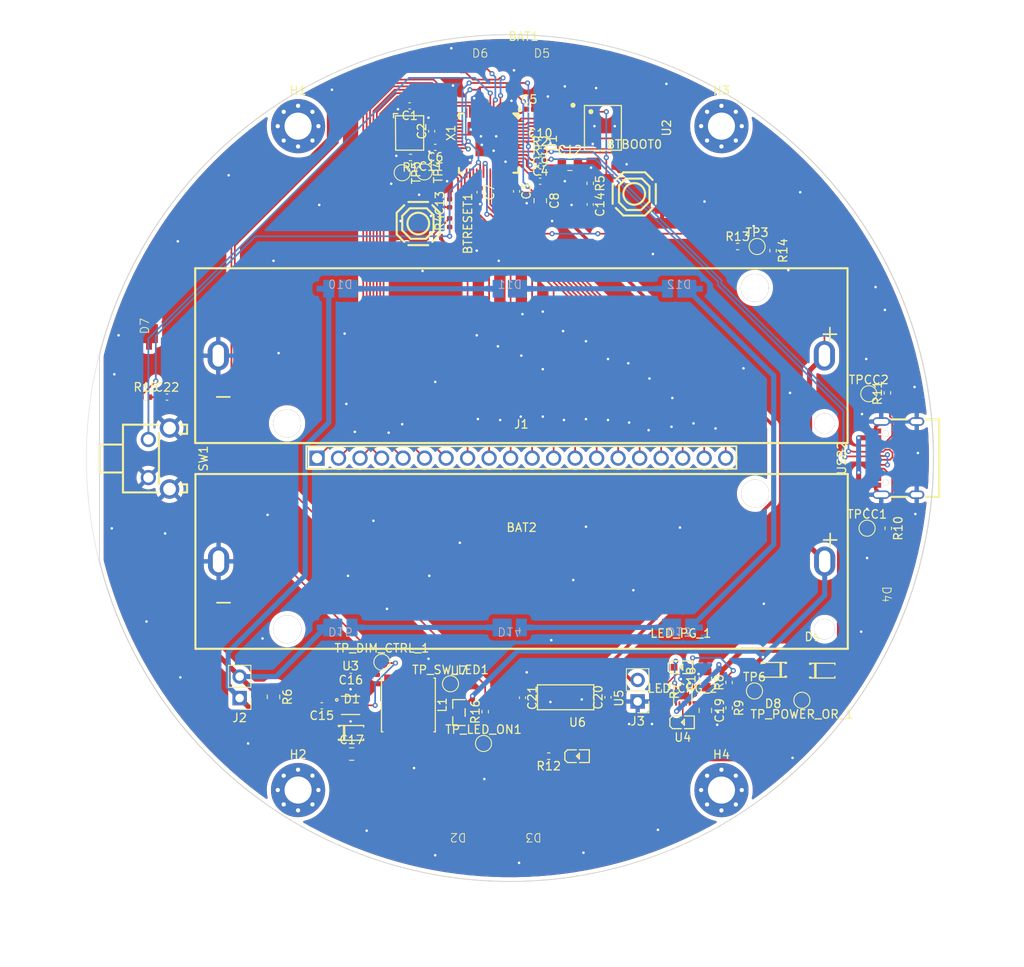
<source format=kicad_pcb>
(kicad_pcb (version 20240108) (generator "pcbnew") (generator_version "8.0")
  (layers (0 "F.Cu" signal) (31 "B.Cu" signal) (34 "B.Paste" user) (35 "F.Paste" user) (36 "B.SilkS" user "B.Silkscreen") (37 "F.SilkS" user "F.Silkscreen") (38 "B.Mask" user) (39 "F.Mask" user) (44 "Edge.Cuts" user))
  (net 0 "")
  (net 1 "GND")
  (net 2 "+BATT")
  (net 3 "+3.3V")
  (net 5 "/SWCLK")
  (net 6 "/SWD")
  (net 7 "Net-(U1-GPIO26_ADC0)")
  (net 8 "Net-(U1-USB_DM)")
  (net 9 "/QSPI_SS")
  (net 10 "+1V0")
  (net 11 "Net-(U1-GPIO23)")
  (net 12 "/run")
  (net 14 "/ON_OFF_BT")
  (net 15 "Net-(U1-GPIO25)")
  (net 16 "+3V3")
  (net 17 "Net-(U1-GPIO11)")
  (net 18 "/osc_out")
  (net 19 "VBUS")
  (net 20 "/QSPI_SD0")
  (net 22 "Net-(U1-GPIO22)")
  (net 23 "Net-(U1-GPIO17)")
  (net 24 "Net-(U1-GPIO20)")
  (net 25 "/QSPI_SD1")
  (net 26 "/LED_SOURCE")
  (net 27 "Net-(U1-GPIO19)")
  (net 28 "Net-(U1-GPIO16)")
  (net 29 "/QSPI_SD3")
  (net 30 "Net-(U1-GPIO14)")
  (net 31 "Net-(U1-GPIO13)")
  (net 32 "Net-(U1-GPIO27_ADC1)")
  (net 33 "/QSPI_SCLK")
  (net 34 "Net-(U1-GPIO15)")
  (net 35 "Net-(D1-A)")
  (net 36 "Net-(U1-GPIO28_ADC2)")
  (net 37 "Net-(U1-USB_DP)")
  (net 38 "Net-(U1-GPIO12)")
  (net 39 "Net-(U1-GPIO24)")
  (net 40 "Net-(U1-GPIO9)")
  (net 41 "/QSPI_SD2")
  (net 43 "Net-(U1-GPIO21)")
  (net 44 "Net-(U1-GPIO10)")
  (net 45 "Net-(U1-GPIO18)")
  (net 47 "/osc_in")
  (net 48 "Net-(U7-G)")
  (net 49 "Net-(LED_CHG_2-A)")
  (net 50 "Net-(LED_PG_1-A)")
  (net 52 "Net-(X1-OSC2)")
  (net 53 "/POWER_IN_OR")
  (net 54 "/LED_IN")
  (net 55 "/CHG_PG")
  (net 56 "/CHG_CHG")
  (net 57 "Net-(U4-ISET)")
  (net 58 "Net-(U6-K)")
  (net 59 "/BAT_SENSE")
  (net 60 "/USB_CC1")
  (net 61 "/USB_CC2")
  (net 62 "/LED_ON")
  (net 63 "/DIM_CTRL")
  (net 64 "Net-(U3-COMP)")
  (net 65 "/LED_SINK")
  (net 70 "/USB_DP")
  (net 71 "/USB_DM")
  (net 73 "Net-(D2-K)")
  (net 74 "Net-(D3-K)")
  (net 75 "Net-(D4-K)")
  (net 76 "Net-(D5-K)")
  (net 77 "Net-(D6-K)")
  (net 78 "Net-(D10-K)")
  (net 79 "Net-(D11-K)")
  (net 80 "Net-(D12-K)")
  (net 81 "Net-(D13-K)")
  (net 82 "Net-(D14-K)")
  (footprint "Capacitor_SMD:C_0402_1005Metric" (layer "F.Cu") (at 96.5 68.6 -90)
    (property "Reference" "C7")
    (property "Value" "100nF")
  )
  (footprint "MountingHole:MountingHole_3.2mm_M3_Pad_Via" (layer "F.Cu") (at 75 139.2)
    (property "Reference" "H2")
    (property "Value" "MountingHole")
  )
  (footprint "footprints:OSC-SMD_4P-L3.2-W2.5-BL" (layer "F.Cu") (at 88.18 61.6 -90)
    (property "Reference" "X1")
    (property "Value" "X322512MSB4SI")
  )
  (footprint "Capacitor_SMD:C_0402_1005Metric" (layer "F.Cu") (at 77.8 129.25 180)
    (property "Reference" "C15")
    (property "Value" "220nF")
  )
  (footprint "Resistor_SMD:R_0402_1005Metric" (layer "F.Cu") (at 103.6 64.8)
    (property "Reference" "R3")
    (property "Value" "27R")
  )
  (footprint "Resistor_SMD:R_0402_1005Metric" (layer "F.Cu") (at 88.28 64.5 180)
    (property "Reference" "R1")
    (property "Value" "1k")
  )
  (footprint "TestPoint:TestPoint_Pad_D1.5mm" (layer "F.Cu") (at 84.9 124.1)
    (property "Reference" "TP_DIM_CTRL_1")
    (property "Value" "TestPoint")
  )
  (footprint "Resistor_SMD:R_0402_1005Metric" (layer "F.Cu") (at 57.02 92.8)
    (property "Reference" "R15")
    (property "Value" "10K")
  )
  (footprint "Capacitor_SMD:C_0402_1005Metric" (layer "F.Cu") (at 91.2 63.3 180)
    (property "Reference" "C6")
    (property "Value" "100nF")
  )
  (footprint "footprints:SOD-123_L2.8-W1.8-LS3.7-RD" (layer "F.Cu") (at 131.1 125 180)
    (property "Reference" "D8")
    (property "Value" "MBR0540T1G")
  )
  (footprint "TestPoint:TestPoint_Pad_D1.5mm" (layer "F.Cu") (at 93 126.65)
    (property "Reference" "TP_SW_LED1")
    (property "Value" "TestPoint")
  )
  (footprint "TestPoint:TestPoint_Pad_D1.5mm" (layer "F.Cu") (at 129.21 75.01)
    (property "Reference" "TP3")
    (property "Value" "TestPoint")
  )
  (footprint "footprints:SW-TH_TS-1093C-A7B3-D1" (layer "F.Cu") (at 58.5725 100.05 -90)
    (property "Reference" "SW1")
    (property "Value" "TS-1093C-A7B2-D1")
  )
  (footprint "footprints:LED0603-RD" (layer "F.Cu") (at 120.4 131.2)
    (property "Reference" "LED_CHG_2")
    (property "Value" "KT-0603R")
  )
  (footprint "footprints:USB-C-SMD_KH-TYPE-C-16P" (layer "F.Cu") (at 145.6325 100 90)
    (property "Reference" "USB2")
    (property "Value" "KH-TYPE-C-16P")
  )
  (footprint "footprints:BAT-TH_BH-18650-A5BJ003" (layer "F.Cu") (at 101.37 87.9)
    (property "Reference" "BAT1")
    (property "Value" "BH-18650-A5BJ003")
  )
  (footprint "footprints:IND-SMD_L6.0-W6.0" (layer "F.Cu") (at 88.03 129.15 -90)
    (property "Reference" "L1")
    (property "Value" "1255AY-100M=P3")
  )
  (footprint "Resistor_SMD:R_0402_1005Metric" (layer "F.Cu") (at 125.9 129.5 -90)
    (property "Reference" "R9")
    (property "Value" "100R")
  )
  (footprint "Capacitor_SMD:C_0402_1005Metric" (layer "F.Cu") (at 81.23 125.05 180)
    (property "Reference" "C16")
    (property "Value" "4.7uF")
  )
  (footprint "Resistor_SMD:R_0402_1005Metric" (layer "F.Cu") (at 92.9 72.2 90)
    (property "Reference" "R4")
    (property "Value" "10K")
  )
  (footprint "TestPoint:TestPoint_Pad_D1.5mm" (layer "F.Cu") (at 142.4 92.4)
    (property "Reference" "TPCC2")
    (property "Value" "TestPoint")
  )
  (footprint "TestPoint:TestPoint_Pad_D1.5mm" (layer "F.Cu") (at 134.5 128.6 180)
    (property "Reference" "TP_POWER_OR_1")
    (property "Value" "TestPoint")
  )
  (footprint "Resistor_SMD:R_0402_1005Metric" (layer "F.Cu") (at 109.5 67.55 -90)
    (property "Reference" "R5")
    (property "Value" "10K")
  )
  (footprint "footprints:WSON-10_L2.0-W2.0-P0.40-BL-EP" (layer "F.Cu") (at 120.435 128.05 180)
    (property "Reference" "U4")
    (property "Value" "BQ24040DSQR")
  )
  (footprint "Capacitor_SMD:C_0402_1005Metric" (layer "F.Cu") (at 100.8 68.5 -90)
    (property "Reference" "C3")
    (property "Value" "100nF")
  )
  (footprint "Capacitor_SMD:C_0805_2012Metric" (layer "F.Cu") (at 123.1 129.8 -90)
    (property "Reference" "C19")
    (property "Value" "1uF")
  )
  (footprint "Resistor_SMD:R_0402_1005Metric" (layer "F.Cu") (at 103.6 63.8)
    (property "Reference" "R2")
    (property "Value" "27R")
  )
  (footprint "footprints:SOT-223-3_L6.5-W3.4-P2.30-LS7.0-BR" (layer "F.Cu") (at 106.6 128.35 -90)
    (property "Reference" "U5")
    (property "Value" "AMS1117-3.3")
  )
  (footprint "Capacitor_SMD:C_0805_2012Metric" (layer "F.Cu") (at 103.6 69.6 -90)
    (property "Reference" "C8")
    (property "Value" "1uF")
  )
  (footprint "Resistor_SMD:R_0402_1005Metric" (layer "F.Cu") (at 144.7 108.29 -90)
    (property "Reference" "R10")
    (property "Value" "5.1K")
  )
  (footprint "Resistor_SMD:R_0402_1005Metric" (layer "F.Cu") (at 104.6 135.2 180)
    (property "Reference" "R12")
    (property "Value" "100R")
  )
  (footprint "footprints:LED0603-RD" (layer "F.Cu") (at 108 135.2)
    (property "Reference" "U6")
    (property "Value" "F.0603.00026/P2-0603B1TS2-06T-001")
  )
  (footprint "MountingHole:MountingHole_3.2mm_M3_Pad_Via" (layer "F.Cu") (at 125 60.797056)
    (property "Reference" "H3")
    (property "Value" "MountingHole")
  )
  (footprint "Capacitor_SMD:C_0402_1005Metric" (layer "F.Cu") (at 103.6 67.3)
    (property "Reference" "C4")
    (property "Value" "100nF")
  )
  (footprint "Capacitor_SMD:C_0402_1005Metric" (layer "F.Cu") (at 103.6 66.2)
    (property "Reference" "C9")
    (property "Value" "100nF")
  )
  (footprint "Capacitor_SMD:C_0402_1005Metric" (layer "F.Cu") (at 103.6 62.8)
    (property "Reference" "C10")
    (property "Value" "100nF")
  )
  (footprint "MountingHole:MountingHole_3.2mm_M3_Pad_Via" (layer "F.Cu") (at 75 60.8)
    (property "Reference" "H1")
    (property "Value" "MountingHole")
  )
  (footprint "Capacitor_SMD:C_0402_1005Metric" (layer "F.Cu") (at 109.5 70.05 -90)
    (property "Reference" "C14")
    (property "Value" "10nF")
  )
  (footprint "Connector_PinHeader_2.54mm:PinHeader_1x02_P2.54mm_Vertical" (layer "F.Cu") (at 115.1 128.74 180)
    (property "Reference" "J3")
    (property "Value" "Conn_01x02_Pin")
  )
  (footprint "Capacitor_SMD:C_0402_1005Metric" (layer "F.Cu") (at 111.6 128.25 90)
    (property "Reference" "C20")
    (property "Value" "100nF")
  )
  (footprint "Resistor_SMD:R_0402_1005Metric" (layer "F.Cu") (at 144.6 92.3 90)
    (property "Reference" "R11")
    (property "Value" "5.1K")
  )
  (footprint "footprints:SOIC-8_L5.3-W5.3-P1.27-LS8.0-BL" (layer "F.Cu") (at 111 61 -90)
    (property "Reference" "U2")
    (property "Value" "W25Q128JVSIQTR")
  )
  (footprint "footprints:GW JTLPS1EM" (layer "F.Cu") (at 103.8 52.7)
    (property "Reference" "D5")
    (property "Value" "LED")
  )
  (footprint "TestPoint:TestPoint_Pad_D1.5mm" (layer "F.Cu") (at 142.2 108.28)
    (property "Reference" "TPCC1")
    (property "Value" "TestPoint")
  )
  (footprint "MountingHole:MountingHole_3.2mm_M3_Pad_Via" (layer "F.Cu") (at 125 139.205821)
    (property "Reference" "H4")
    (property "Value" "MountingHole")
  )
  (footprint "footprints:WSON-6_L2.0-W2.0-P0.65-TL-EP" (layer "F.Cu") (at 81.2 129.2)
    (property "Reference" "U3")
    (property "Value" "TPS61165DRVR")
  )
  (footprint "TestPoint:TestPoint_Pad_D1.5mm" (layer "F.Cu") (at 87.3 66.3 -90)
    (property "Reference" "TP5")
    (property "Value" "TestPoint")
  )
  (footprint "footprints:SOD-123_L2.8-W1.8-LS3.7-RD" (layer "F.Cu") (at 81.34 132.45)
    (property "Reference" "D1")
    (property "Value" "MBR0540T1G")
  )
  (footprint "footprints:SW-SMD_4P-L5.1-W5.1-P3.70-LS6.5-TL-2" (layer "F.Cu") (at 114.7 68.8)
    (property "Reference" "BTBOOT0")
    (property "Value" "TS-1187A-B-A-B")
  )
  (footprint "footprints:GW JTLPS1EM" (layer "F.Cu") (at 93.9 144.3 180)
    (property "Reference" "D2")
    (property "Value" "LED")
  )
  (footprint "TestPoint:TestPoint_Pad_D1.5mm" (layer "F.Cu") (at 89.9 66.2 -90)
    (property "Reference" "TP4")
    (property "Value" "TestPoint")
  )
  (footprint "Capacitor_SMD:C_0402_1005Metric" (layer "F.Cu") (at 88.18 58.4 180)
    (property "Reference" "C1")
    (property "Value" "20pF")
  )
  (footprint "Connector_PinHeader_2.54mm:PinHeader_1x02_P2.54mm_Vertical" (layer "F.Cu") (at 68.1 128.34 180)
    (property "Reference" "J2")
    (property "Value" "Conn_01x02_Pin")
  )
  (footprint "footprints:HDR-TH_20P-P2.54-V-M-1" (layer "F.Cu") (at 101.37 100)
    (property "Reference" "J1")
    (property "Value" "Header-Male-2.54_1x20")
  )
  (footprint "footprints:SW-SMD_4P-L5.1-W5.1-P3.70-LS6.5-TL-2" (layer "F.Cu") (at 89.2 72.3 -90)
    (property "Reference" "BTRESET1")
    (property "Value" "TS-1187A-B-A-B")
  )
  (footprint "Capacitor_SMD:C_0805_2012Metric" (layer "F.Cu") (at 107.1 65.3)
    (property "Reference" "C12")
    (property "Value" "1uF")
  )
  (footprint "footprints:LED0603-RD" (layer "F.Cu") (at 120.2 124.7)
    (property "Reference" "LED_PG_1")
    (property "Value" "KT-0603R")
  )
  (footprint "Resistor_SMD:R_0402_1005Metric" (layer "F.Cu") (at 126.91 75.01)
    (property "Reference" "R13")
    (property "Value" "100K")
  )
  (footprint "Capacitor_SMD:C_0805_2012Metric" (layer "F.Cu") (at 123.1 126.1 90)
    (property "Reference" "C18")
    (property "Value" "1uF")
  )
  (footprint "footprints:GW JTLPS1EM" (layer "F.Cu") (at 144 116.1 -90)
    (property "Reference" "D4")
    (property "Value" "LED")
  )
  (footprint "Capacitor_SMD:C_0402_1005Metric" (layer "F.Cu") (at 90.7 64.4 180)
    (property "Reference" "C11")
    (property "Value" "100nF")
  )
  (footprint "footprints:GW JTLPS1EM" (layer "F.Cu") (at 57.4 84.4 90)
    (property "Reference" "D7")
    (property "Value" "LED")
  )
  (footprint "TestPoint:TestPoint_Pad_D1.5mm" (layer "F.Cu") (at 128.9 127.5)
    (property "Reference" "TP6")
    (property "Value" "TestPoint")
  )
  (footprint "Capacitor_SMD:C_0402_1005Metric" (layer "F.Cu") (at 90.78 61.4 90)
    (property "Reference" "C2")
    (property "Value" "20pF")
  )
  (footprint "footprints:SOT-23-3_L2.9-W1.3-P1.90-LS2.4-BR" (layer "F.Cu") (at 94 130.05)
    (property "Reference" "U7")
    (property "Value" "SI2323DS")
  )
  (footprint "TestPoint:TestPoint_Pad_D1.5mm" (layer "F.Cu") (at 96.9 133.7)
    (property "Reference" "TP_LED_ON1")
    (property "Value" "TestPoint")
  )
  (footprint "footprints:SOD-123_L2.8-W1.8-LS3.7-RD" (layer "F.Cu") (at 136.99 125.1)
    (property "Reference" "D9")
    (property "Value" "MBR0540T1G")
  )
  (footprint "footprints:LQFN-56_L7.0-W7.0-P0.4-EP" (layer "F.Cu") (at 97.5 62.8 -90)
    (property "Reference" "U1")
    (property "Value" "RP2040")
  )
  (footprint "Resistor_SMD:R_0402_1005Metric" (layer "F.Cu") (at 97.1 129.95 90)
    (property "Reference" "R16")
    (property "Value" "100R")
  )
  (footprint "Resistor_SMD:R_0402_1005Metric" (layer "F.Cu") (at 125.9 126.5 90)
    (property "Reference" "R8")
    (property "Value" "100R")
  )
  (footprint "Capacitor_SMD:C_0402_1005Metric" (layer "F.Cu") (at 102.3 58.8)
    (property "Reference" "C5")
    (property "Value" "100nF")
  )
  (footprint "footprints:BAT-TH_BH-18650-A5BJ003" (layer "F.Cu") (at 101.4 112.2)
    (property "Reference" "BAT2")
    (property "Value" "BH-18650-A5BJ003")
  )
  (footprint "Resistor_SMD:R_0402_1005Metric" (layer "F.Cu") (at 118.3 127.5 -90)
    (property "Reference" "R7")
    (property "Value" "600R")
  )
  (footprint "footprints:GW JTLPS1EM" (layer "F.Cu") (at 96.5 52.7)
    (property "Reference" "D6")
    (property "Value" "LED")
  )
  (footprint "Capacitor_SMD:C_0402_1005Metric" (layer "F.Cu") (at 101.5 128.3 -90)
    (property "Reference" "C21")
    (property "Value" "100nF")
  )
  (footprint "Capacitor_SMD:C_0402_1005Metric" (layer "F.Cu") (at 92.9 69.9 90)
    (property "Reference" "C13")
    (property "Value" "10nF")
  )
  (footprint "Resistor_SMD:R_0805_2012Metric_Pad1.20x1.40mm_HandSolder" (layer "F.Cu") (at 72.1 128.2 -90)
    (property "Reference" "R6")
    (property "Value" "0.8R")
  )
  (footprint "Capacitor_SMD:C_0402_1005Metric" (layer "F.Cu") (at 59.52 92.8)
    (property "Reference" "C22")
    (property "Value" "10nF")
  )
  (footprint "Resistor_SMD:R_0402_1005Metric" (layer "F.Cu") (at 131.1 75.5 -90)
    (property "Reference" "R14")
    (property "Value" "100K")
  )
  (footprint "footprints:GW JTLPS1EM" (layer "F.Cu") (at 102.8 144.3 180)
    (property "Reference" "D3")
    (property "Value" "LED")
  )
  (footprint "Capacitor_SMD:C_0805_2012Metric" (layer "F.Cu") (at 81.33 134.95)
    (property "Reference" "C17")
    (property "Value" "1uF")
  )
  (footprint "footprints:GW JTLPS1EM" (layer "B.Cu") (at 80 80 180)
    (property "Reference" "D10")
    (property "Value" "LED")
  )
  (footprint "footprints:GW JTLPS1EM" (layer "B.Cu") (at 120 80 180)
    (property "Reference" "D12")
    (property "Value" "LED")
  )
  (footprint "footprints:GW JTLPS1EM" (layer "B.Cu") (at 120 120)
    (property "Reference" "D13")
    (property "Value" "LED")
  )
  (footprint "footprints:GW JTLPS1EM" (layer "B.Cu") (at 100 80 180)
    (property "Reference" "D11")
    (property "Value" "LED")
  )
  (footprint "footprints:GW JTLPS1EM" (layer "B.Cu") (at 80 120)
    (property "Reference" "D15")
    (property "Value" "LED")
  )
  (footprint "footprints:GW JTLPS1EM" (layer "B.Cu") (at 100 120)
    (property "Reference" "D14")
    (property "Value" "LED")
  )
  (gr_line (start 51.55 88.08632) (end 51.55 111.898094) (stroke (width 0.1)) (layer "Edge.Cuts"))
  (gr_arc (start 51.6125 87.590261) (mid 150.05 99.99222) (end 51.6125 112.394179) (stroke (width 0.1)) (layer "Edge.Cuts"))
  (gr_arc (start 51.6125 112.394179) (mid 51.565687 112.148097) (end 51.55 111.898094) (stroke (width 0.1)) (layer "Edge.Cuts"))
  (gr_circle (center 100.000399 100) (end 99.800399 50) (stroke (width 0.05)) (fill none) (layer "Edge.Cuts"))
  (gr_arc (start 51.55 88.08632) (mid 51.565688 87.83633) (end 51.6125 87.590261) (stroke (width 0.1)) (layer "Edge.Cuts"))
  (segment (start 90.4 59.8) (end 90.78 60.18) (width 0.2) (layer "F.Cu") (net 1))
  (segment (start 120.2 126.3) (end 120.435 126.535) (width 0.18) (layer "F.Cu") (net 1))
  (segment (start 90.72 63.58) (end 90.5 63.8) (width 0.2) (layer "F.Cu") (net 1))
  (segment (start 87.2 58.4) (end 86.8 58.8) (width 0.2) (layer "F.Cu") (net 1))
  (segment (start 93.95 61.8) (end 96.4 61.8) (width 0.2) (layer "F.Cu") (net 1))
  (segment (start 87.7 58.4) (end 87.2 58.4) (width 0.2) (layer "F.Cu") (net 1))
  (segment (start 90.22 64.08) (end 90.5 63.8) (width 0.2) (layer "F.Cu") (net 1))
  (segment (start 90.72 63.3) (end 90.72 63.58) (width 0.2) (layer "F.Cu") (net 1))
  (segment (start 89.7 60.5) (end 90.4 59.8) (width 0.2) (layer "F.Cu") (net 1))
  (segment (start 143.2125 96.65) (end 143.2125 96.33) (width 0.4) (layer "F.Cu") (net 1))
  (segment (start 101.08 68.98) (end 102 69.9) (width 0.2) (layer "F.Cu") (net 1))
  (segment (start 120.435 127.12) (end 120.435 126.535) (width 0.18) (layer "F.Cu") (net 1))
  (segment (start 143.2125 96.33) (end 143.8625 95.68) (width 0.4) (layer "F.Cu") (net 1))
  (segment (start 89.06 60.5) (end 89.7 60.5) (width 0.2) (layer "F.Cu") (net 1))
  (segment (start 90.78 60.18) (end 90.78 60.92) (width 0.2) (layer "F.Cu") (net 1))
  (segment (start 96.4 61.8) (end 96.6 62) (width 0.2) (layer "F.Cu") (net 1))
  (segment (start 120.435 127.12) (end 120.435 128.05) (width 0.18) (layer "F.Cu") (net 1))
  (segment (start 143.2125 103.67) (end 143.8625 104.32) (width 0.4) (layer "F.Cu") (net 1))
  (segment (start 120.2 126.1) (end 120.2 126.3) (width 0.18) (layer "F.Cu") (net 1))
  (segment (start 107.47 62.9) (end 109.8 62.9) (width 0.2) (layer "F.Cu") (net 1))
  (segment (start 96.5 69.08) (end 96.5 70) (width 0.2) (layer "F.Cu") (net 1))
  (segment (start 100.8 68.98) (end 101.08 68.98) (width 0.2) (layer "F.Cu") (net 1))
  (segment (start 104.08 62.8) (end 104.8 62.8) (width 0.2) (layer "F.Cu") (net 1))
  (segment (start 143.2125 103.35) (end 143.2125 103.67) (width 0.4) (layer "F.Cu") (net 1))
  (segment (start 90.22 64.4) (end 90.22 64.08) (width 0.2) (layer "F.Cu") (net 1))
  (via (at 80.9 113.9) (size 0.6) (drill 0.3) (layers "F.Cu" "B.Cu") (net 1))
  (via (at 81.7 96.9) (size 0.6) (drill 0.3) (layers "F.Cu" "B.Cu") (net 1))
  (via (at 132.9 77.8) (size 0.6) (drill 0.3) (layers "F.Cu" "B.Cu") (net 1))
  (via (at 110.2 56.3) (size 0.6) (drill 0.3) (layers "F.Cu" "B.Cu") (net 1))
  (via (at 119.1 96.3) (size 0.6) (drill 0.3) (layers "F.Cu" "B.Cu") (net 1))
  (via (at 100.5 54.2) (size 0.6) (drill 0.3) (layers "F.Cu" "B.Cu") (net 1))
  (via (at 85.7 97) (size 0.6) (drill 0.3) (layers "F.Cu" "B.Cu") (net 1))
  (via (at 114 88.8) (size 0.6) (drill 0.3) (layers "F.Cu" "B.Cu") (net 1))
  (via (at 103.9 82.7) (size 0.6) (drill 0.3) (layers "F.Cu" "B.Cu") (net 1))
  (via (at 128.8 72.6) (size 0.6) (drill 0.3) (layers "F.Cu" "B.Cu") (net 1))
  (via (at 53.8 85.5) (size 0.6) (drill 0.3) (layers "F.Cu" "B.Cu") (net 1))
  (via (at 96.7 63) (size 0.6) (drill 0.3) (layers "F.Cu" "B.Cu") (net 1))
  (via (at 104.9 121.5) (size 0.6) (drill 0.3) (layers "F.Cu" "B.Cu") (net 1))
  (via (at 101.1 147.8) (size 0.6) (drill 0.3) (layers "F.Cu" "B.Cu") (net 1))
  (via (at 80.5 85.3) (size 0.6) (drill 0.3) (layers "F.Cu" "B.Cu") (net 1))
  (via (at 104.8 62.8) (size 0.6) (drill 0.3) (layers "F.Cu" "B.Cu") (net 1))
  (via (at 120.2 126.1) (size 0.6) (drill 0.3) (layers "F.Cu" "B.Cu") (net 1))
  (via (at 114.1 95.8) (size 0.6) (drill 0.3) (layers "F.Cu" "B.Cu") (net 1))
  (via (at 87.1 72) (size 0.6) (drill 0.3) (layers "F.Cu" "B.Cu") (net 1))
  (via (at 133.4 135.4) (size 0.6) (drill 0.3) (layers "F.Cu" "B.Cu") (net 1))
  (via (at 103.9 89.5) (size 0.6) (drill 0.3) (layers "F.Cu" "B.Cu") (net 1))
  (via (at 95.3 64.8) (size 0.6) (drill 0.3) (layers "F.Cu" "B.Cu") (net 1))
  (via (at 122.3 125.5) (size 0.6) (drill 0.3) (layers "F.Cu" "B.Cu") (net 1))
  (via (at 127.6 89.4) (size 0.6) (drill 0.3) (layers "F.Cu" "B.Cu") (net 1))
  (via (at 57.1 119.3) (size 0.6) (drill 0.3) (layers "F.Cu" "B.Cu") (net 1))
  (via (at 101.3 95.1) (size 0.6) (drill 0.3) (layers "F.Cu" "B.Cu") (net 1))
  (via (at 109 86.2) (size 0.6) (drill 0.3) (layers "F.Cu" "B.Cu") (net 1))
  (via (at 90.4 123.7) (size 0.6) (drill 0.3) (layers "F.Cu" "B.Cu") (net 1))
  (via (at 133.1 92.3) (size 0.6) (drill 0.3) (layers "F.Cu" "B.Cu") (net 1))
  (via (at 90.5 63.8) (size 0.6) (drill 0.3) (layers "F.Cu" "B.Cu") (net 1))
  (via (at 66.8 66.6) (size 0.6) (drill 0.3) (layers "F.Cu" "B.Cu") (net 1))
  (via (at 113.8 65.3) (size 0.6) (drill 0.3) (layers "F.Cu" "B.Cu") (net 1))
  (via (at 106.4 95.5) (size 0.6) (drill 0.3) (layers "F.Cu" "B.Cu") (net 1))
  (via (at 98.7 76.7) (size 0.6) (drill 0.3) (layers "F.Cu" "B.Cu") (net 1))
  (via (at 116.9 75.9) (size 0.6) (drill 0.3) (layers "F.Cu" "B.Cu") (net 1))
  (via (at 107.3 70.1) (size 0.6) (drill 0.3) (layers "F.Cu" "B.Cu") (net 1))
  (via (at 114.1 131.4) (size 0.6) (drill 0.3) (layers "F.Cu" "B.Cu") (net 1))
  (via (at 96.6 62) (size 0.6) (drill 0.3) (layers "F.Cu" "B.Cu") (net 1))
  (via (at 109 108.1) (size 0.6) (drill 0.3) (layers "F.Cu" "B.Cu") (net 1))
  (via (at 114.6 115.6) (size 0.6) (drill 0.3) (layers "F.Cu" "B.Cu") (net 1))
  (via (at 109 95.4) (size 0.6) (drill 0.3) (layers "F.Cu" "B.Cu") (net 1))
  (via (at 143.2 79.8) (size 0.6) (drill 0.3) (layers "F.Cu" "B.Cu") (net 1))
  (via (at 108.5 128.5) (size 0.6) (drill 0.3) (layers "F.Cu" "B.Cu") (net 1))
  (via (at 142.2 111.8) (size 0.6) (drill 0.3) (layers "F.Cu" "B.Cu") (net 1))
  (via (at 118.5 55.8) (size 0.6) (drill 0.3) (layers "F.Cu" "B.Cu") (net 1))
  (via (at 61.1 125.9) (size 0.6) (drill 0.3) (layers "F.Cu" "B.Cu") (net 1))
  (via (at 88.7 136.6) (size 0.6) (drill 0.3) (layers "F.Cu" "B.Cu") (net 1))
  (via (at 91.2 91) (size 0.6) (drill 0.3) (layers "F.Cu" "B.Cu") (net 1))
  (via (at 90.4 59.8) (size 0.6) (drill 0.3) (layers "F.Cu" "B.Cu") (net 1))
  (via (at 147.9 106.6) (size 0.6) (drill 0.3) (layers "F.Cu" "B.Cu") (net 1))
  (via (at 97 137.9) (size 0.6) (drill 0.3) (layers "F.Cu" "B.Cu") (net 1))
  (via (at 124.3 96.5) (size 0.6) (drill 0.3) (layers "F.Cu" "B.Cu") (net 1))
  (via (at 86.6 64.3) (size 0.6) (drill 0.3) (layers "F.Cu" "B.Cu") (net 1))
  (via (at 60.8 74.4) (size 0.6) (drill 0.3) (layers "F.Cu" "B.Cu") (net 1))
  (via (at 141.5 120.5) (size 0.6) (drill 0.3) (layers "F.Cu" "B.Cu") (net 1))
  (via (at 112.4 60.8) (size 0.6) (drill 0.3) (layers "F.Cu" "B.Cu") (net 1))
  (via (at 101.37 87.9) (size 0.6) (drill 0.3) (layers "F.Cu" "B.Cu") (net 1))
  (via (at 95.4 61.2) (size 0.6) (drill 0.3) (layers "F.Cu" "B.Cu") (net 1))
  (via (at 109.6 65.7) (size 0.6) (drill 0.3) (layers "F.Cu" "B.Cu") (net 1))
  (via (at 120.1 108.2) (size 0.6) (drill 0.3) (layers "F.Cu" "B.Cu") (net 1))
  (via (at 98.1 63.7) (size 0.6) (drill 0.3) (layers "F.Cu" "B.Cu") (net 1))
  (via (at 142.2 106) (size 0.6) (drill 0.3) (layers "F.Cu" "B.Cu") (net 1))
  (via (at 121.7 95.9) (size 0.6) (drill 0.3) (layers "F.Cu" "B.Cu") (net 1))
  (via (at 89.3 68.9) (size 0.6) (drill 0.3) (layers "F.Cu" "B.Cu") (net 1))
  (via (at 77.5 70.1) (size 0.6) (drill 0.3) (layers "F.Cu" "B.Cu") (net 1))
  (via (at 141.6 94.8) (size 0.6) (drill 0.3) (layers "F.Cu" "B.Cu") (net 1))
  (via (at 86 67.6) (size 0.6) (drill 0.3) (layers "F.Cu" "B.Cu") (net 1))
  (via (at 104.5 57.3) (size 0.6) (drill 0.3) (layers "F.Cu" "B.Cu") (net 1))
  (via (at 116.8 131.4) (size 0.6) (drill 0.3) (layers "F.Cu" "B.Cu") (net 1))
  (via (at 104.8 128.8) (size 0.6) (drill 0.3) (layers "F.Cu" "B.Cu") (net 1))
  (via (at 96.1 75.5) (size 0.6) (drill 0.3) (layers "F.Cu" "B.Cu") (net 1))
  (via (at 147.8 91.6) (size 0.6) (drill 0.3) (layers "F.Cu" "B.Cu") (net 1))
  (via (at 96.238292 95.388345) (size 0.6) (drill 0.3) (layers "F.Cu" "B.Cu") (net 1))
  (via (at 89.7 77.9) (size 0.6) (drill 0.3) (layers "F.Cu" "B.Cu") (net 1))
  (via (at 117.5 143.9) (size 0.6) (drill 0.3) (layers "F.Cu" "B.Cu") (net 1))
  (via (at 111.6 95.5) (size 0.6) (drill 0.3) (layers "F.Cu" "B.Cu") (net 1))
  (via (at 96.5 70) (size 0.6) (drill 0.3) (layers "F.Cu" "B.Cu") (net 1))
  (via (at 81.2 127.3) (size 0.6) (drill 0.3) (layers "F.Cu" "B.Cu") (net 1))
  (via (at 107.5 114.4) (size 0.6) (drill 0.3) (layers "F.Cu" "B.Cu") (net 1))
  (via (at 148.2 99.4) (size 0.6) (drill 0.3) (layers "F.Cu" "B.Cu") (net 1))
  (via (at 98.873319 95.504596) (size 0.6) (drill 0.3) (layers "F.Cu" "B.Cu") (net 1))
  (via (at 80.7 93.6) (size 0.6) (drill 0.3) (layers "F.Cu" "B.Cu") (net 1))
  (via (at 71.4 106.7) (size 0.6) (drill 0.3) (layers "F.Cu" "B.Cu") (net 1))
  (via (at 110 60.8) (size 0.6) (drill 0.3) (layers "F.Cu" "B.Cu") (net 1))
  (via (at 105 72) (size 0.6) (drill 0.3) (layers "F.Cu" "B.Cu") (net 1))
  (via (at 111.6 88.3) (size 0.6) (drill 0.3) (layers "F.Cu" "B.Cu") (net 1))
  (via (at 102 69.9) (size 0.6) (drill 0.3) (layers "F.Cu" "B.Cu") (net 1))
  (via (at 90.5 113.9) (size 0.6) (drill 0.3) (layers "F.Cu" "B.Cu") (net 1))
  (via (at 94.1 110) (size 0.6) (drill 0.3) (layers "F.Cu" "B.Cu") (net 1))
  (via (at 103.9 95.1) (size 0.6) (drill 0.3) (layers "F.Cu" "B.Cu") (net 1))
  (via (at 123 69.7) (size 0.6) (drill 0.3) (layers "F.Cu" "B.Cu") (net 1))
  (via (at 99.5 65) (size 0.6) (drill 0.3) (layers "F.Cu" "B.Cu") (net 1))
  (via (at 116.5 90.6) (size 0.6) (drill 0.3) (layers "F.Cu" "B.Cu") (net 1))
  (via (at 69.1 133.7) (size 0.6) (drill 0.3) (layers "F.Cu" "B.Cu") (net 1))
  (via (at 106.3 85) (size 0.6) (drill 0.3) (layers "F.Cu" "B.Cu") (net 1))
  (via (at 102 125.3) (size 0.6) (drill 0.3) (layers "F.Cu" "B.Cu") (net 1))
  (via (at 142.1 88.3) (size 0.6) (drill 0.3) (layers "F.Cu" "B.Cu") (net 1))
  (via (at 134.3 68.6) (size 0.6) (drill 0.3) (layers "F.Cu" "B.Cu") (net 1))
  (via (at 124.6 130) (size 0.6) (drill 0.3) (layers "F.Cu" "B.Cu") (net 1))
  (via (at 83.1 144) (size 0.6) (drill 0.3) (layers "F.Cu" "B.Cu") (net 1))
  (via (at 98.6 86.8) (size 0.6) (drill 0.3) (layers "F.Cu" "B.Cu") (net 1))
  (via (at 72.1 76.7) (size 0.6) (drill 0.3) (layers "F.Cu" "B.Cu") (net 1))
  (via (at 81.2 131.1) (size 0.6) (drill 0.3) (layers "F.Cu" "B.Cu") (net 1))
  (via (at 83.9 107.4) (size 0.6) (drill 0.3) (layers "F.Cu" "B.Cu") (net 1))
  (via (at 106.5 56.1) (size 0.6) (drill 0.3) (layers "F.Cu" "B.Cu") (net 1))
  (via (at 95.8 57.5) (size 0.6) (drill 0.3) (layers "F.Cu" "B.Cu") (net 1))
  (via (at 100.2 57.8) (size 0.6) (drill 0.3) (layers "F.Cu" "B.Cu") (net 1))
  (via (at 101.5 83) (size 0.6) (drill 0.3) (layers "F.Cu" "B.Cu") (net 1))
  (via (at 93.3 56) (size 0.6) (drill 0.3) (layers "F.Cu" "B.Cu") (net 1))
  (via (at 106.5 67.3) (size 0.6) (drill 0.3) (layers "F.Cu" "B.Cu") (net 1))
  (via (at 93.1 51.6) (size 0.6) (drill 0.3) (layers "F.Cu" "B.Cu") (net 1))
  (via (at 96.1 85.5) (size 0.6) (drill 0.3) (layers "F.Cu" "B.Cu") (net 1))
  (via (at 70.8 121.3) (size 0.6) (drill 0.3) (layers "F.Cu" "B.Cu") (net 1))
  (via (at 90.7 71.4) (size 0.6) (drill 0.3) (layers "F.Cu" "B.Cu") (net 1))
  (via (at 130 117.2) (size 0.6) (drill 0.3) (layers "F.Cu" "B.Cu") (net 1))
  (via (at 119.2 92.9) (size 0.6) (drill 0.3) (layers "F.Cu" "B.Cu") (net 1))
  (via (at 92.6 67.3) (size 0.6) (drill 0.3) (layers "F.Cu" "B.Cu") (net 1))
  (via (at 98.4 62) (size 0.6) (drill 0.3) (layers "F.Cu" "B.Cu") (net 1))
  (via (at 79 56.5) (size 0.6) (drill 0.3) (layers "F.Cu" "B.Cu") (net 1))
  (via (at 53 108.3) (size 0.6) (drill 0.3) (layers "F.Cu" "B.Cu") (net 1))
  (via (at 109.8 62.9) (size 0.6) (drill 0.3) (layers "F.Cu" "B.Cu") (net 1))
  (via (at 108.7 146.6) (size 0.6) (drill 0.3) (layers "F.Cu" "B.Cu") (net 1))
  (via (at 86.8 58.8) (size 0.6) (drill 0.3) (layers "F.Cu" "B.Cu") (net 1))
  (via (at 87.3 96) (size 0.6) (drill 0.3) (layers "F.Cu" "B.Cu") (net 1))
  (via (at 59.3 108.9) (size 0.6) (drill 0.3) (layers "F.Cu" "B.Cu") (net 1))
  (via (at 85.5 117.8) (size 0.6) (drill 0.3) (layers "F.Cu" "B.Cu") (net 1))
  (via (at 144.3 82.5) (size 0.6) (drill 0.3) (layers "F.Cu" "B.Cu") (net 1))
  (via (at 116.4 96.7) (size 0.6) (drill 0.3) (layers "F.Cu" "B.Cu") (net 1))
  (via (at 53.3 90.1) (size 0.6) (drill 0.3) (layers "F.Cu" "B.Cu") (net 1))
  (via (at 72.7 87.6) (size 0.6) (drill 0.3) (layers "F.Cu" "B.Cu") (net 1))
  (via (at 124.5 131.5) (size 0.6) (drill 0.3) (layers "F.Cu" "B.Cu") (net 1))
  (via (at 91.2 146.9) (size 0.6) (drill 0.3) (layers "F.Cu" "B.Cu") (net 1))
  (segment (start 129.41 123.99) (end 129.9 123.5) (width 0.6) (layer "F.Cu") (net 2))
  (segment (start 125.9 127.01) (end 125.9 128.99) (width 0.6) (layer "F.Cu") (net 2))
  (segment (start 123.1 128.85) (end 121.425 128.85) (width 0.3) (layer "F.Cu") (net 2))
  (segment (start 125.76 128.85) (end 125.9 128.99) (width 0.4) (layer "F.Cu") (net 2))
  (segment (start 128.9 127.5) (end 127.89 127.5) (width 0.6) (layer "F.Cu") (net 2))
  (segment (start 123.1 128.85) (end 125.76 128.85) (width 0.4) (layer "F.Cu") (net 2))
  (segment (start 137.19 112.2) (end 135.41 110.42) (width 0.6) (layer "F.Cu") (net 2))
  (segment (start 135.41 89.65) (end 137.16 87.9) (width 0.6) (layer "F.Cu") (net 2))
  (segment (start 127.09 75.7) (end 126.4 75.01) (width 0.2) (layer "F.Cu") (net 2))
  (segment (start 95.6 128.5) (end 95 129.1) (width 0.6) (layer "F.Cu") (net 2))
  (segment (start 129.41 125) (end 129.41 123.99) (width 0.6) (layer "F.Cu") (net 2))
  (segment (start 137.16 84.76) (end 128.1 75.7) (width 0.2) (layer "F.Cu") (net 2))
  (segment (start 127.4 127.01) (end 129.41 125) (width 0.6) (layer "F.Cu") (net 2))
  (segment (start 135.41 110.42) (end 135.41 89.65) (width 0.6) (layer "F.Cu") (net 2))
  (segment (start 123.24 128.99) (end 123.1 128.85) (width 0.6) (layer "F.Cu") (net 2))
  (segment (start 137.16 87.9) (end 137.16 84.76) (width 0.2) (layer "F.Cu") (net 2))
  (segment (start 125.9 127.01) (end 127.4 127.01) (width 0.6) (layer "F.Cu") (net 2))
  (segment (start 127.89 127.5) (end 127.4 127.01) (width 0.6) (layer "F.Cu") (net 2))
  (segment (start 95.6 128.1) (end 95.6 128.5) (width 0.6) (layer "F.Cu") (net 2))
  (segment (start 121.425 128.85) (end 121.295 128.98) (width 0.3) (layer "F.Cu") (net 2))
  (segment (start 128.1 75.7) (end 127.09 75.7) (width 0.2) (layer "F.Cu") (net 2))
  (via (at 95.6 128.1) (size 0.6) (drill 0.3) (layers "F.Cu" "B.Cu") (net 2))
  (via (at 129.9 123.5) (size 0.6) (drill 0.3) (layers "F.Cu" "B.Cu") (net 2))
  (segment (start 137.19 116.21) (end 137.19 112.2) (width 0.6) (layer "B.Cu") (net 2))
  (segment (start 129.2 122.8) (end 100.9 122.8) (width 0.6) (layer "B.Cu") (net 2))
  (segment (start 129.9 123.5) (end 129.2 122.8) (width 0.6) (layer "B.Cu") (net 2))
  (segment (start 100.9 122.8) (end 95.6 128.1) (width 0.6) (layer "B.Cu") (net 2))
  (segment (start 129.9 123.5) (end 137.19 116.21) (width 0.6) (layer "B.Cu") (net 2))
  (segment (start 93.95 63) (end 94.7 63) (width 0.2) (layer "F.Cu") (net 3))
  (segment (start 100.3 63.4) (end 100.2 63.5) (width 0.2) (layer "F.Cu") (net 3))
  (segment (start 101.05 65) (end 101.05 65.4) (width 0.2) (layer "F.Cu") (net 3))
  (segment (start 94.7 63) (end 95.1 62.6) (width 0.2) (layer "F.Cu") (net 3))
  (segment (start 114.3 126.2) (end 115.1 126.2) (width 0.4) (layer "F.Cu") (net 3))
  (segment (start 107.89 68.65) (end 109.5 67.04) (width 0.2) (layer "F.Cu") (net 3))
  (segment (start 100.8 68.02) (end 100.92 68.02) (width 0.2) (layer "F.Cu") (net 3))
  (segment (start 106.6 133) (end 108.8 135.2) (width 0.4) (layer "F.Cu") (net 3))
  (segment (start 56.51 92.59) (end 56.51 92.8) (width 0.2) (layer "F.Cu") (net 3))
  (segment (start 103.12 67.3) (end 103.12 68.17) (width 0.2) (layer "F.Cu") (net 3))
  (segment (start 100.1 67.32) (end 100.8 68.02) (width 0.2) (layer "F.Cu") (net 3))
  (segment (start 96.5 59.25) (end 96.5 56.2) (width 0.2) (layer "F.Cu") (net 3))
  (segment (start 58.2 90.9) (end 56.51 92.59) (width 0.2) (layer "F.Cu") (net 3))
  (segment (start 101.22 65.4) (end 103.12 67.3) (width 0.2) (layer "F.Cu") (net 3))
  (segment (start 110.759848 125.38) (end 113.48 125.38) (width 0.4) (layer "F.Cu") (net 3))
  (segment (start 91.68 63.3) (end 91.98 63) (width 0.2) (layer "F.Cu") (net 3))
  (segment (start 96.5 65.3) (end 96.5 66.35) (width 0.2) (layer "F.Cu") (net 3))
  (segment (start 101.05 63.4) (end 100.3 63.4) (width 0.2) (layer "F.Cu") (net 3))
  (segment (start 100.2 65) (end 101.05 65) (width 0.2) (layer "F.Cu") (net 3))
  (segment (start 103.6 68.65) (end 102.85 68.65) (width 0.2) (layer "F.Cu") (net 3))
  (segment (start 103.6 68.65) (end 107.89 68.65) (width 0.2) (layer "F.Cu") (net 3))
  (segment (start 106.6 131.32) (end 106.6 125.38) (width 0.4) (layer "F.Cu") (net 3))
  (segment (start 96.5 66.35) (end 96.5 68.12) (width 0.2) (layer "F.Cu") (net 3))
  (segment (start 102.85 68.65) (end 102.1 67.9) (width 0.2) (layer "F.Cu") (net 3))
  (segment (start 101.6 57.9) (end 101.6 58.58) (width 0.2) (layer "F.Cu") (net 3))
  (segment (start 96.2 56.5) (end 96.5 56.2) (width 0.2) (layer "F.Cu") (net 3))
  (segment (start 113.48 125.38) (end 114.3 126.2) (width 0.4) (layer "F.Cu") (net 3))
  (segment (start 101.05 63) (end 101.05 63.4) (width 0.2) (layer "F.Cu") (net 3))
  (segment (start 100.1 59.25) (end 101.37 59.25) (width 0.2) (layer "F.Cu") (net 3))
  (segment (start 103.12 68.17) (end 103.6 68.65) (width 0.2) (layer "F.Cu") (net 3))
  (segment (start 101.05 65.4) (end 101.22 65.4) (width 0.2) (layer "F.Cu") (net 3))
  (segment (start 101.5 127.35) (end 101.5 127.82) (width 0.4) (layer "F.Cu") (net 3))
  (segment (start 131.1 105.039848) (end 131.1 96.15) (width 0.4) (layer "F.Cu") (net 3))
  (segment (start 99.9 56.2) (end 101.6 57.9) (width 0.2) (layer "F.Cu") (net 3))
  (segment (start 101.37 59.25) (end 101.82 58.8) (width 0.2) (layer "F.Cu") (net 3))
  (segment (start 131.1 96.15) (end 103.6 68.65) (width 0.4) (layer "F.Cu") (net 3))
  (segment (start 101.5 127.35) (end 104.63 127.35) (width 0.4) (layer "F.Cu") (net 3))
  (segment (start 106.6 131.32) (end 106.6 133) (width 0.4) (layer "F.Cu") (net 3))
  (segment (start 101.6 58.58) (end 101.82 58.8) (width 0.2) (layer "F.Cu") (net 3))
  (segment (start 96.3 65.1) (end 96.5 65.3) (width 0.2) (layer "F.Cu") (net 3))
  (segment (start 101.55 68.65) (end 103.6 68.65) (width 0.2) (layer "F.Cu") (net 3))
  (segment (start 100.1 66.35) (end 100.1 67.32) (width 0.2) (layer "F.Cu") (net 3))
  (segment (start 110.759848 125.38) (end 131.1 105.039848) (width 0.4) (layer "F.Cu") (net 3))
  (segment (start 96.5 56.2) (end 99.9 56.2) (width 0.2) (layer "F.Cu") (net 3))
  (segment (start 92.9 72.71) (end 92.9 73.8) (width 0.2) (layer "F.Cu") (net 3))
  (segment (start 100.92 68.02) (end 101.55 68.65) (width 0.2) (layer "F.Cu") (net 3))
  (segment (start 106.6 125.38) (end 110.759848 125.38) (width 0.4) (layer "F.Cu") (net 3))
  (segment (start 91.98 63) (end 93.95 63) (width 0.2) (layer "F.Cu") (net 3))
  (segment (start 95.3 56.5) (end 96.2 56.5) (width 0.2) (layer "F.Cu") (net 3))
  (segment (start 100.2 63.5) (end 100.2 65) (width 0.2) (layer "F.Cu") (net 3))
  (segment (start 104.63 127.35) (end 106.6 125.38) (width 0.4) (layer "F.Cu") (net 3))
  (via (at 92.9 73.8) (size 0.6) (drill 0.3) (layers "F.Cu" "B.Cu") (net 3))
  (via (at 96.3 65.1) (size 0.6) (drill 0.3) (layers "F.Cu" "B.Cu") (net 3))
  (via (at 101.6 57.9) (size 0.6) (drill 0.3) (layers "F.Cu" "B.Cu") (net 3))
  (via (at 102.1 67.9) (size 0.6) (drill 0.3) (layers "F.Cu" "B.Cu") (net 3))
  (via (at 58.2 90.9) (size 0.6) (drill 0.3) (layers "F.Cu" "B.Cu") (net 3))
  (via (at 95.1 62.6) (size 0.6) (drill 0.3) (layers "F.Cu" "B.Cu") (net 3))
  (via (at 95.3 56.5) (size 0.6) (drill 0.3) (layers "F.Cu" "B.Cu") (net 3))
  (segment (start 92.9 73.8) (end 69.965686 73.8) (width 0.2) (layer "B.Cu") (net 3))
  (segment (start 58.2 85.565686) (end 58.2 90.9) (width 0.2) (layer "B.Cu") (net 3))
  (segment (start 92.9 73.8) (end 92.9 68.5) (width 0.2) (layer "B.Cu") (net 3))
  (segment (start 101.6 67.4) (end 101.6 57.9) (width 0.2) (layer "B.Cu") (net 3))
  (segment (start 69.965686 73.8) (end 67.682843 76.082843) (width 0.2) (layer "B.Cu") (net 3))
  (segment (start 92.9 68.5) (end 96.3 65.1) (width 0.2) (layer "B.Cu") (net 3))
  (segment (start 96.3 63.8) (end 95.1 62.6) (width 0.2) (layer "B.Cu") (net 3))
  (segment (start 95.1 62.6) (end 94.8 62.3) (width 0.2) (layer "B.Cu") (net 3))
  (segment (start 96.3 65.1) (end 96.3 63.8) (width 0.2) (layer "B.Cu") (net 3))
  (segment (start 67.682843 76.082843) (end 58.2 85.565686) (width 0.2) (layer "B.Cu") (net 3))
  (segment (start 94.8 62.3) (end 94.8 57) (width 0.2) (layer "B.Cu") (net 3))
  (segment (start 102.1 67.9) (end 101.6 67.4) (width 0.2) (layer "B.Cu") (net 3))
  (segment (start 94.8 57) (end 95.3 56.5) (width 0.2) (layer "B.Cu") (net 3))
  (segment (start 91.76 64.72182) (end 91.76 64.756134) (width 0.2) (layer "F.Cu") (net 5))
  (segment (start 91.76 64.756134) (end 90.316134 66.2) (width 0.2) (layer "F.Cu") (net 5))
  (segment (start 92.68182 63.8) (end 91.76 64.72182) (width 0.2) (layer "F.Cu") (net 5))
  (segment (start 90.316134 66.2) (end 89.9 66.2) (width 0.2) (layer "F.Cu") (net 5))
  (segment (start 93.95 63.8) (end 92.68182 63.8) (width 0.2) (layer "F.Cu") (net 5))
  (segment (start 92.847506 64.2) (end 92.16 64.887506) (width 0.2) (layer "F.Cu") (net 6))
  (segment (start 88.25 67.25) (end 87.3 66.3) (width 0.2) (layer "F.Cu") (net 6))
  (segment (start 92.16 64.887506) (end 92.16 64.92182) (width 0.2) (layer "F.Cu") (net 6))
  (segment (start 93.95 64.2) (end 92.847506 64.2) (width 0.2) (layer "F.Cu") (net 6))
  (segment (start 92.16 64.92182) (end 91.2 65.88182) (width 0.2) (layer "F.Cu") (net 6))
  (segment (start 90.334925 67.25) (end 88.25 67.25) (width 0.2) (layer "F.Cu") (net 6))
  (segment (start 91.2 66.384925) (end 90.334925 67.25) (width 0.2) (layer "F.Cu") (net 6))
  (segment (start 91.2 65.88182) (end 91.2 66.384925) (width 0.2) (layer "F.Cu") (net 6))
  (segment (start 98.5 69.7) (end 98.5 66.35) (width 0.2) (layer "F.Cu") (net 7))
  (segment (start 120.42 91.62) (end 98.5 69.7) (width 0.2) (layer "F.Cu") (net 7))
  (segment (start 120.42 100) (end 120.42 91.62) (width 0.2) (layer "F.Cu") (net 7))
  (segment (start 102.565686 64.8) (end 103.09 64.8) (width 0.2) (layer "F.Cu") (net 8))
  (segment (start 101.965686 64.2) (end 102.565686 64.8) (width 0.2) (layer "F.Cu") (net 8))
  (segment (start 101.05 64.2) (end 101.965686 64.2) (width 0.2) (layer "F.Cu") (net 8))
  (segment (start 106.775 59.09) (end 105.965 59.9) (width 0.2) (layer "F.Cu") (net 9))
  (segment (start 105.965 59.9) (end 101.35 59.9) (width 0.2) (layer "F.Cu") (net 9))
  (segment (start 111.4 66.95) (end 110.29 68.06) (width 0.2) (layer "F.Cu") (net 9))
  (segment (start 107.47 59.09) (end 106.775 59.09) (width 0.2) (layer "F.Cu") (net 9))
  (segment (start 111.4 59.1) (end 109.4 59.1) (width 0.2) (layer "F.Cu") (net 9))
  (segment (start 101.35 59.9) (end 101.05 60.2) (width 0.2) (layer "F.Cu") (net 9))
  (segment (start 111.4 66.95) (end 118 66.95) (width 0.2) (layer "F.Cu") (net 9))
  (segment (start 107.47 59.09) (end 109.39 59.09) (width 0.2) (layer "F.Cu") (net 9))
  (segment (start 110.29 68.06) (end 109.5 68.06) (width 0.2) (layer "F.Cu") (net 9))
  (segment (start 109.5 68.06) (end 109.5 69.57) (width 0.2) (layer "F.Cu") (net 9))
  (segment (start 109.39 59.09) (end 109.4 59.1) (width 0.2) (layer "F.Cu") (net 9))
  (segment (start 111.4 66.95) (end 111.4 64.515) (width 0.2) (layer "F.Cu") (net 9))
  (via (at 111.4 59.1) (size 0.6) (drill 0.3) (layers "F.Cu" "B.Cu") (net 9))
  (via (at 111.4 64.515) (size 0.6) (drill 0.3) (layers "F.Cu" "B.Cu") (net 9))
  (segment (start 111.4 64.515) (end 111.4 59.1) (width 0.2) (layer "B.Cu") (net 9))
  (segment (start 95.1 63.5) (end 95 63.4) (width 0.2) (layer "F.Cu") (net 10))
  (segment (start 101.9 62.6) (end 101.05 62.6) (width 0.2) (layer "F.Cu") (net 10))
  (segment (start 92.516134 63.4) (end 91.516134 64.4) (width 0.2) (layer "F.Cu") (net 10))
  (segment (start 102.72 62.6) (end 101.05 62.6) (width 0.2) (layer "F.Cu") (net 10))
  (segment (start 101.05 64.6) (end 101.8 64.6) (width 0.2) (layer "F.Cu") (net 10))
  (segment (start 95 63.4) (end 93.95 63.4) (width 0.2) (layer "F.Cu") (net 10))
  (segment (start 95.2 55.7) (end 102.1 55.7) (width 0.2) (layer "F.Cu") (net 10))
  (segment (start 103.12 62.8) (end 102.92 62.8) (width 0.2) (layer "F.Cu") (net 10))
  (segment (start 101.8 64.6) (end 102 64.8) (width 0.2) (layer "F.Cu") (net 10))
  (segment (start 106.15 65.3) (end 106.03 65.42) (width 0.2) (layer "F.Cu") (net 10))
  (segment (start 106.03 65.42) (end 103.9 65.42) (width 0.2) (layer "F.Cu") (net 10))
  (segment (start 91.18 64.4) (end 91.516134 64.4) (width 0.2) (layer "F.Cu") (net 10))
  (segment (start 102 65.5) (end 102.15 65.65) (width 0.2) (layer "F.Cu") (net 10))
  (segment (start 102.92 62.8) (end 102.72 62.6) (width 0.2) (layer "F.Cu") (net 10))
  (segment (start 102.15 65.65) (end 102.5 66) (width 0.2) (layer "F.Cu") (net 10))
  (segment (start 102.4 65.4) (end 102.15 65.65) (width 0.2) (layer "F.Cu") (net 10))
  (segment (start 93.95 63.4) (end 92.516134 63.4) (width 0.2) (layer "F.Cu") (net 10))
  (segment (start 103.9 65.42) (end 103.12 66.2) (width 0.2) (layer "F.Cu") (net 10))
  (segment (start 102.5 66) (end 103.12 66) (width 0.2) (layer "F.Cu") (net 10))
  (segment (start 102.2 63.2) (end 102.2 62.9) (width 0.2) (layer "F.Cu") (net 10))
  (segment (start 102 64.8) (end 102 65.5) (width 0.2) (layer "F.Cu") (net 10))
  (segment (start 102.2 62.9) (end 101.9 62.6) (width 0.2) (layer "F.Cu") (net 10))
  (via (at 102.1 55.7) (size 0.6) (drill 0.3) (layers "F.Cu" "B.Cu") (net 10))
  (via (at 102.4 65.4) (size 0.6) (drill 0.3) (layers "F.Cu" "B.Cu") (net 10))
  (via (at 102.2 63.2) (size 0.6) (drill 0.3) (layers "F.Cu" "B.Cu") (net 10))
  (via (at 95.2 55.7) (size 0.6) (drill 0.3) (layers "F.Cu" "B.Cu") (net 10))
  (via (at 95.1 63.5) (size 0.6) (drill 0.3) (layers "F.Cu" "B.Cu") (net 10))
  (segment (start 102.2 65.2) (end 102.4 65.4) (width 0.2) (layer "B.Cu") (net 10))
  (segment (start 102.2 63.2) (end 102.2 55.8) (width 0.2) (layer "B.Cu") (net 10))
  (segment (start 95.1 63.5) (end 94.4 62.8) (width 0.2) (layer "B.Cu") (net 10))
  (segment (start 102.2 63.2) (end 102.2 65.2) (width 0.2) (layer "B.Cu") (net 10))
  (segment (start 94.4 56.5) (end 95.2 55.7) (width 0.2) (layer "B.Cu") (net 10))
  (segment (start 94.4 62.8) (end 94.4 56.5) (width 0.2) (layer "B.Cu") (net 10))
  (segment (start 102.2 55.8) (end 102.1 55.7) (width 0.2) (layer "B.Cu") (net 10))
  (segment (start 112.8 85.697058) (end 112.8 100) (width 0.2) (layer "F.Cu") (net 11))
  (segment (start 97.3 70.197058) (end 112.8 85.697058) (width 0.2) (layer "F.Cu") (net 11))
  (segment (start 97.3 66.35) (end 97.3 70.197058) (width 0.2) (layer "F.Cu") (net 11))
  (segment (start 92.56 65.053192) (end 93.013192 64.6) (width 0.2) (layer "F.Cu") (net 12))
  (segment (start 91.6 66.047506) (end 92.56 65.087506) (width 0.2) (layer "F.Cu") (net 12))
  (segment (start 91.05 75.6) (end 91.05 73.54) (width 0.2) (layer "F.Cu") (net 12))
  (segment (start 91.05 69) (end 91.6 68.45) (width 0.2) (layer "F.Cu") (net 12))
  (segment (start 93.013192 64.6) (end 93.95 64.6) (width 0.2) (layer "F.Cu") (net 12))
  (segment (start 92.9 70.38) (end 92.43 70.38) (width 0.2) (layer "F.Cu") (net 12))
  (segment (start 92.56 65.087506) (end 92.56 65.053192) (width 0.2) (layer "F.Cu") (net 12))
  (segment (start 92.9 71.69) (end 92.9 70.38) (width 0.2) (layer "F.Cu") (net 12))
  (segment (start 92.43 70.38) (end 91.05 69) (width 0.2) (layer "F.Cu") (net 12))
  (segment (start 91.05 73.54) (end 92.9 71.69) (width 0.2) (layer "F.Cu") (net 12))
  (segment (start 91.6 68.45) (end 91.6 66.047506) (width 0.2) (layer "F.Cu") (net 12))
  (segment (start 59.04 92.8) (end 57.53 92.8) (width 0.2) (layer "F.Cu") (net 14))
  (segment (start 57.3225 93.0075) (end 57.53 92.8) (width 0.2) (layer "F.Cu") (net 14))
  (segment (start 97.7 59.25) (end 97.7 56.9) (width 0.2) (layer "F.Cu") (net 14))
  (segment (start 57.3225 97.8) (end 57.3225 93.0075) (width 0.2) (layer "F.Cu") (net 14))
  (via (at 97.7 56.9) (size 0.6) (drill 0.3) (layers "F.Cu" "B.Cu") (net 14))
  (segment (start 57.3225 85.8775) (end 57.3225 97.8) (width 0.2) (layer "B.Cu") (net 14))
  (segment (start 88.1 55.1) (end 57.3225 85.8775) (width 0.2) (layer "B.Cu") (net 14))
  (segment (start 95.9 55.1) (end 88.1 55.1) (width 0.2) (layer "B.Cu") (net 14))
  (segment (start 97.7 56.9) (end 95.9 55.1) (width 0.2) (layer "B.Cu") (net 14))
  (segment (start 117.88 89.645686) (end 117.88 100) (width 0.2) (layer "F.Cu") (net 15))
  (segment (start 98.1 69.865686) (end 117.88 89.645686) (width 0.2) (layer "F.Cu") (net 15))
  (segment (start 98.1 66.35) (end 98.1 69.865686) (width 0.2) (layer "F.Cu") (net 15))
  (segment (start 94.9 59.25) (end 93.810785 59.25) (width 0.2) (layer "F.Cu") (net 17))
  (segment (start 86.237256 56.1) (end 83.5 58.837256) (width 0.2) (layer "F.Cu") (net 17))
  (segment (start 83.5 98.82) (end 82.32 100) (width 0.2) (layer "F.Cu") (net 17))
  (segment (start 90.660785 56.1) (end 86.237256 56.1) (width 0.2) (layer "F.Cu") (net 17))
  (segment (start 93.810785 59.25) (end 90.660785 56.1) (width 0.2) (layer "F.Cu") (net 17))
  (segment (start 83.5 58.837256) (end 83.5 98.82) (width 0.2) (layer "F.Cu") (net 17))
  (segment (start 90.565686 62.5) (end 89.965686 63.1) (width 0.2) (layer "F.Cu") (net 18))
  (segment (start 91.196134 62.6) (end 91.096134 62.5) (width 0.2) (layer "F.Cu") (net 18))
  (segment (start 93.95 62.6) (end 91.196134 62.6) (width 0.2) (layer "F.Cu") (net 18))
  (segment (start 91.096134 62.5) (end 90.565686 62.5) (width 0.2) (layer "F.Cu") (net 18))
  (segment (start 89.16 64.5) (end 88.79 64.5) (width 0.2) (layer "F.Cu") (net 18))
  (segment (start 89.965686 63.1) (end 89.96 63.1) (width 0.2) (layer "F.Cu") (net 18))
  (segment (start 89.96 63.1) (end 89.96 63.7) (width 0.2) (layer "F.Cu") (net 18))
  (segment (start 89.96 63.7) (end 89.16 64.5) (width 0.2) (layer "F.Cu") (net 18))
  (segment (start 120.035 129.565) (end 119.7 129.9) (width 0.18) (layer "F.Cu") (net 19))
  (segment (start 142.0625 102.4) (end 143.2125 102.4) (width 0.6) (layer "F.Cu") (net 19))
  (segment (start 138.94 124.84) (end 138.94 105.5225) (width 0.6) (layer "F.Cu") (net 19))
  (segment (start 136.28 122.7) (end 127.45 122.7) (width 0.6) (layer "F.Cu") (net 19))
  (segment (start 121.515 127.05) (end 121.445 127.12) (width 0.6) (layer "F.Cu") (net 19))
  (segment (start 127.45 122.7) (end 125.08 125.07) (width 0.6) (layer "F.Cu") (net 19))
  (segment (start 141.2 103.2625) (end 141.2 101.7) (width 0.6) (layer "F.Cu") (net 19))
  (segment (start 125.08 125.07) (end 125.08 126.3) (width 0.6) (layer "F.Cu") (net 19))
  (segment (start 123.1 127.05) (end 121.515 127.05) (width 0.6) (layer "F.Cu") (net 19))
  (segment (start 138.68 125.1) (end 136.28 122.7) (width 0.6) (layer "F.Cu") (net 19))
  (segment (start 125.08 125.07) (end 124.7 124.69) (width 0.6) (layer "F.Cu") (net 19))
  (segment (start 124.7 124.69) (end 124.7 124.4) (width 0.6) (layer "F.Cu") (net 19))
  (segment (start 124.33 127.05) (end 123.1 127.05) (width 0.6) (layer "F.Cu") (net 19))
  (segment (start 120.035 128.98) (end 120.035 129.565) (width 0.18) (layer "F.Cu") (net 19))
  (segment (start 125.08 126.3) (end 124.33 127.05) (width 0.6) (layer "F.Cu") (net 19))
  (segment (start 141.08125 103.38125) (end 141.2 103.2625) (width 0.6) (layer "F.Cu") (net 19))
  (segment (start 141.08125 103.38125) (end 142.0625 102.4) (width 0.6) (layer "F.Cu") (net 19))
  (segment (start 141.2 97.6) (end 143.2225 97.6) (width 0.6) (layer "F.Cu") (net 19))
  (segment (start 138.94 105.5225) (end 141.08125 103.38125) (width 0.6) (layer "F.Cu") (net 19))
  (segment (start 138.68 125.1) (end 138.94 124.84) (width 0.6) (layer "F.Cu") (net 19))
  (via (at 124.7 124.4) (size 0.6) (drill 0.3) (layers "F.Cu" "B.Cu") (net 19))
  (via (at 119.7 129.9) (size 0.6) (drill 0.3) (layers "F.Cu" "B.Cu") (net 19))
  (via (at 141.2 101.7) (size 0.6) (drill 0.3) (layers "F.Cu" "B.Cu") (net 19))
  (via (at 141.2 97.6) (size 0.6) (drill 0.3) (layers "F.Cu" "B.Cu") (net 19))
  (segment (start 124.7 124.4) (end 124.7 124.9) (width 0.6) (layer "B.Cu") (net 19))
  (segment (start 141.2 101.7) (end 141.2 97.6) (width 0.6) (layer "B.Cu") (net 19))
  (segment (start 124.7 124.9) (end 119.7 129.9) (width 0.6) (layer "B.Cu") (net 19))
  (segment (start 113.875 62.245) (end 114.53 62.9) (width 0.2) (layer "F.Cu") (net 20))
  (segment (start 102.231372 61.4) (end 102.431372 61.2) (width 0.2) (layer "F.Cu") (net 20))
  (segment (start 102.431372 61.2) (end 105.360259 61.2) (width 0.2) (layer "F.Cu") (net 20))
  (segment (start 105.360259 61.2) (end 106.405259 62.245) (width 0.2) (layer "F.Cu") (net 20))
  (segment (start 106.405259 62.245) (end 113.875 62.245) (width 0.2) (layer "F.Cu") (net 20))
  (segment (start 101.05 61.4) (end 102.231372 61.4) (width 0.2) (layer "F.Cu") (net 20))
  (segment (start 96.9 65.4) (end 97.1 65.2) (width 0.2) (layer "F.Cu") (net 22))
  (segment (start 97.737256 71.2) (end 110.26 83.722744) (width 0.2) (layer "F.Cu") (net 22))
  (segment (start 97.3 71.2) (end 97.737256 71.2) (width 0.2) (layer "F.Cu") (net 22))
  (segment (start 110.26 83.722744) (end 110.26 100) (width 0.2) (layer "F.Cu") (net 22))
  (segment (start 96.9 66.35) (end 96.9 65.4) (width 0.2) (layer "F.Cu") (net 22))
  (via (at 97.1 65.2) (size 0.6) (drill 0.3) (layers "F.Cu" "B.Cu") (net 22))
  (via (at 97.3 71.2) (size 0.6) (drill 0.3) (layers "F.Cu" "B.Cu") (net 22))
  (segment (start 97.3 71.2) (end 97.3 65.4) (width 0.2) (layer "B.Cu") (net 22))
  (segment (start 97.3 65.4) (end 97.1 65.2) (width 0.2) (layer "B.Cu") (net 22))
  (segment (start 94.29 71.424314) (end 96.805686 73.94) (width 0.2) (layer "F.Cu") (net 23))
  (segment (start 94.29 66.8) (end 94.29 71.424314) (width 0.2) (layer "F.Cu") (net 23))
  (segment (start 96.805686 73.94) (end 97.56 73.94) (width 0.2) (layer "F.Cu") (net 23))
  (segment (start 97.56 73.94) (end 97.56 100) (width 0.2) (layer "F.Cu") (net 23))
  (segment (start 93.95 65.4) (end 93.95 66.46) (width 0.2) (layer "F.Cu") (net 23))
  (segment (start 93.95 66.46) (end 94.29 66.8) (width 0.2) (layer "F.Cu") (net 23))
  (segment (start 96.422942 71.822942) (end 96.422942 71.860198) (width 0.2) (layer "F.Cu") (net 24))
  (segment (start 98.057057 72.74) (end 105.18 79.862943) (width 0.2) (layer "F.Cu") (net 24))
  (segment (start 105.18 79.862943) (end 105.18 100) (width 0.2) (layer "F.Cu") (net 24))
  (segment (start 95.49 67.628181) (end 95.49 70.89) (width 0.2) (layer "F.Cu") (net 24))
  (segment (start 95.49 70.89) (end 96.422942 71.822942) (width 0.2) (layer "F.Cu") (net 24))
  (segment (start 95.7 66.35) (end 95.7 67.41818) (width 0.2) (layer "F.Cu") (net 24))
  (segment (start 96.422942 71.860198) (end 97.302744 72.74) (width 0.2) (layer "F.Cu") (net 24))
  (segment (start 95.7 67.41818) (end 95.49 67.628181) (width 0.2) (layer "F.Cu") (net 24))
  (segment (start 97.302744 72.74) (end 98.057057 72.74) (width 0.2) (layer "F.Cu") (net 24))
  (segment (start 101.05 60.6) (end 101.9 60.6) (width 0.2) (layer "F.Cu") (net 25))
  (segment (start 101.9 60.6) (end 102.1 60.4) (width 0.2) (layer "F.Cu") (net 25))
  (segment (start 107.44 60.4) (end 107.47 60.37) (width 0.2) (layer "F.Cu") (net 25))
  (segment (start 102.1 60.4) (end 107.44 60.4) (width 0.2) (layer "F.Cu") (net 25))
  (segment (start 79.65 132.45) (end 72.21 132.45) (width 0.6) (layer "F.Cu") (net 26))
  (segment (start 80.38 133.18) (end 79.65 132.45) (width 0.6) (layer "F.Cu") (net 26))
  (segment (start 80.38 134.95) (end 80.38 133.18) (width 0.6) (layer "F.Cu") (net 26))
  (segment (start 72.21 132.45) (end 68.1 128.34) (width 0.6) (layer "F.Cu") (net 26))
  (segment (start 89.73 144.3) (end 80.38 134.95) (width 0.6) (layer "F.Cu") (net 26))
  (segment (start 92.525 144.3) (end 89.73 144.3) (width 0.6) (layer "F.Cu") (net 26))
  (segment (start 75.84 113.86) (end 66.75 122.95) (width 0.6) (layer "B.Cu") (net 26))
  (segment (start 78.625 95.815) (end 75.84 98.6) (width 0.6) (layer "B.Cu") (net 26))
  (segment (start 66.75 122.95) (end 66.75 126.99) (width 0.6) (layer "B.Cu") (net 26))
  (segment (start 66.75 126.99) (end 68.1 128.34) (width 0.6) (layer "B.Cu") (net 26))
  (segment (start 78.625 80) (end 78.625 95.815) (width 0.6) (layer "B.Cu") (net 26))
  (segment (start 75.84 98.6) (end 75.84 113.86) (width 0.6) (layer "B.Cu") (net 26))
  (segment (start 95.988628 71.99157) (end 97.137058 73.14) (width 0.2) (layer "F.Cu") (net 27))
  (segment (start 95.09 71.09) (end 95.988628 71.988628) (width 0.2) (layer "F.Cu") (net 27))
  (segment (start 102.64 77.888629) (end 102.64 100) (width 0.2) (layer "F.Cu") (net 27))
  (segment (start 95.09 67.462496) (end 95.09 71.09) (width 0.2) (layer "F.Cu") (net 27))
  (segment (start 95.3 67.252496) (end 95.09 67.462496) (width 0.2) (layer "F.Cu") (net 27))
  (segment (start 95.988628 71.988628) (end 95.988628 71.99157) (width 0.2) (layer "F.Cu") (net 27))
  (segment (start 97.891371 73.14) (end 102.64 77.888629) (width 0.2) (layer "F.Cu") (net 27))
  (segment (start 97.137058 73.14) (end 97.891371 73.14) (width 0.2) (layer "F.Cu") (net 27))
  (segment (start 95.3 66.35) (end 95.3 67.252496) (width 0.2) (layer "F.Cu") (net 27))
  (segment (start 93.89 71.59) (end 95.02 72.72) (width 0.2) (layer "F.Cu") (net 28))
  (segment (start 93 65.2) (end 93 66.075686) (width 0.2) (layer "F.Cu") (net 28))
  (segment (start 93.178878 65.021122) (end 93 65.2) (width 0.2) (layer "F.Cu") (net 28))
  (segment (start 93.89 66.965686) (end 93.89 71.59) (width 0.2) (layer "F.Cu") (net 28))
  (segment (start 93 66.075686) (end 93.89 66.965686) (width 0.2) (layer "F.Cu") (net 28))
  (segment (start 93.95 65) (end 93.178878 65) (width 0.2) (layer "F.Cu") (net 28))
  (segment (start 93.178878 65) (end 93.178878 65.021122) (width 0.2) (layer "F.Cu") (net 28))
  (segment (start 95.02 72.72) (end 95.02 100) (width 0.2) (layer "F.Cu") (net 28))
  (segment (start 116.355 61.655) (end 115.07 60.37) (width 0.2) (layer "F.Cu") (net 29))
  (segment (start 105.645 62.710686) (end 105.645 63.320427) (width 0.2) (layer "F.Cu") (net 29))
  (segment (start 115.785 63.915) (end 116.355 63.345) (width 0.2) (layer "F.Cu") (net 29))
  (segment (start 116.355 63.345) (end 116.355 61.655) (width 0.2) (layer "F.Cu") (net 29))
  (segment (start 115.07 60.37) (end 114.53 60.37) (width 0.2) (layer "F.Cu") (net 29))
  (segment (start 102.762744 62) (end 104.934314 62) (width 0.2) (layer "F.Cu") (net 29))
  (segment (start 104.934314 62) (end 105.645 62.710686) (width 0.2) (layer "F.Cu") (net 29))
  (segment (start 105.645 63.320427) (end 106.239574 63.915) (width 0.2) (layer "F.Cu") (net 29))
  (segment (start 106.239574 63.915) (end 115.785 63.915) (width 0.2) (layer "F.Cu") (net 29))
  (segment (start 102.562744 62.2) (end 102.762744 62) (width 0.2) (layer "F.Cu") (net 29))
  (segment (start 101.05 62.2) (end 102.562744 62.2) (width 0.2) (layer "F.Cu") (net 29))
  (segment (start 90.163727 57.3) (end 86.734314 57.3) (width 0.2) (layer "F.Cu") (net 30))
  (segment (start 92.7 59.836273) (end 90.163727 57.3) (width 0.2) (layer "F.Cu") (net 30))
  (segment (start 93.95 61) (end 92.934315 61) (width 0.2) (layer "F.Cu") (net 30))
  (segment (start 86.734314 57.3) (end 84.7 59.334315) (width 0.2) (layer "F.Cu") (net 30))
  (segment (start 92.7 60.765685) (end 92.7 59.836273) (width 0.2) (layer "F.Cu") (net 30))
  (segment (start 84.7 94.76) (end 89.94 100) (width 0.2) (layer "F.Cu") (net 30))
  (segment (start 84.7 59.334315) (end 84.7 94.76) (width 0.2) (layer "F.Cu") (net 30))
  (segment (start 92.934315 61) (end 92.7 60.765685) (width 0.2) (layer "F.Cu") (net 30))
  (segment (start 84.3 59.16863) (end 84.3 96.9) (width 0.2) (layer "F.Cu") (net 31))
  (segment (start 86.568628 56.9) (end 84.3 59.16863) (width 0.2) (layer "F.Cu") (net 31))
  (segment (start 93.95 60.6) (end 93.1 60.6) (width 0.2) (layer "F.Cu") (net 31))
  (segment (start 84.3 96.9) (end 87.4 100) (width 0.2) (layer "F.Cu") (net 31))
  (segment (start 93.1 59.670587) (end 90.329413 56.9) (width 0.2) (layer "F.Cu") (net 31))
  (segment (start 93.1 60.6) (end 93.1 59.670587) (width 0.2) (layer "F.Cu") (net 31))
  (segment (start 90.329413 56.9) (end 86.568628 56.9) (width 0.2) (layer "F.Cu") (net 31))
  (segment (start 122.96 100) (end 122.96 93.594314) (width 0.2) (layer "F.Cu") (net 32))
  (segment (start 98.9 69.534314) (end 98.9 66.35) (width 0.2) (layer "F.Cu") (net 32))
  (segment (start 122.96 93.594314) (end 98.9 69.534314) (width 0.2) (layer "F.Cu") (net 32))
  (segment (start 115.594741 63.515) (end 115.955 63.154741) (width 0.2) (layer "F.Cu") (net 33))
  (segment (start 101.05 61.8) (end 102.397058 61.8) (width 0.2) (layer "F.Cu") (net 33))
  (segment (start 115.955 63.154741) (end 115.955 62.455) (width 0.2) (layer "F.Cu") (net 33))
  (segment (start 115.955 62.455) (end 115.13 61.63) (width 0.2) (layer "F.Cu") (net 33))
  (segment (start 106.045 62.545) (end 106.045 63.154741) (width 0.2) (layer "F.Cu") (net 33))
  (segment (start 106.405259 63.515) (end 115.594741 63.515) (width 0.2) (layer "F.Cu") (net 33))
  (segment (start 106.045 63.154741) (end 106.405259 63.515) (width 0.2) (layer "F.Cu") (net 33))
  (segment (start 102.397058 61.8) (end 102.597058 61.6) (width 0.2) (layer "F.Cu") (net 33))
  (segment (start 105.1 61.6) (end 106.045 62.545) (width 0.2) (layer "F.Cu") (net 33))
  (segment (start 102.597058 61.6) (end 105.1 61.6) (width 0.2) (layer "F.Cu") (net 33))
  (segment (start 115.13 61.63) (end 114.53 61.63) (width 0.2) (layer "F.Cu") (net 33))
  (segment (start 92.768629 61.4) (end 92.3 60.93137) (width 0.2) (layer "F.Cu") (net 34))
  (segment (start 86.9 57.7) (end 85.1 59.5) (width 0.2) (layer "F.Cu") (net 34))
  (segment (start 85.1 59.5) (end 85.1 92.62) (width 0.2) (layer "F.Cu") (net 34))
  (segment (start 92.3 60.001959) (end 89.998041 57.7) (width 0.2) (layer "F.Cu") (net 34))
  (segment (start 85.1 92.62) (end 92.48 100) (width 0.2) (layer "F.Cu") (net 34))
  (segment (start 93.95 61.4) (end 92.768629 61.4) (width 0.2) (layer "F.Cu") (net 34))
  (segment (start 89.998041 57.7) (end 86.9 57.7) (width 0.2) (layer "F.Cu") (net 34))
  (segment (start 92.3 60.93137) (end 92.3 60.001959) (width 0.2) (layer "F.Cu") (net 34))
  (segment (start 82.26 129.88) (end 82.23 129.88) (width 0.6) (layer "F.Cu") (net 35))
  (segment (start 83.83 131.65) (end 83.83 131.45) (width 0.6) (layer "F.Cu") (net 35))
  (segment (start 88.03 131.65) (end 83.83 131.65) (width 0.6) (layer "F.Cu") (net 35))
  (segment (start 83.83 131.45) (end 82.26 129.88) (width 0.6) (layer "F.Cu") (net 35))
  (segment (start 83.83 131.65) (end 83.03 132.45) (width 0.6) (layer "F.Cu") (net 35))
  (segment (start 125.5 95.568628) (end 99.3 69.368628) (width 0.2) (layer "F.Cu") (net 36))
  (segment (start 125.5 100) (end 125.5 95.568628) (width 0.2) (layer "F.Cu") (net 36))
  (segment (start 99.3 69.368628) (end 99.3 66.35) (width 0.2) (layer "F.Cu") (net 36))
  (segment (start 101.05 63.8) (end 102.79 63.8) (width 0.2) (layer "F.Cu") (net 37))
  (segment (start 93.95 59.954901) (end 90.495099 56.5) (width 0.2) (layer "F.Cu") (net 38))
  (segment (start 83.9 99.04) (end 84.86 100) (width 0.2) (layer "F.Cu") (net 38))
  (segment (start 86.402942 56.5) (end 83.9 59.002945) (width 0.2) (layer "F.Cu") (net 38))
  (segment (start 83.9 59.002945) (end 83.9 99.04) (width 0.2) (layer "F.Cu") (net 38))
  (segment (start 90.495099 56.5) (end 86.402942 56.5) (width 0.2) (layer "F.Cu") (net 38))
  (segment (start 93.95 60.2) (end 93.95 59.954901) (width 0.2) (layer "F.Cu") (net 38))
  (segment (start 97.7 66.35) (end 97.7 70.031372) (width 0.2) (layer "F.Cu") (net 39))
  (segment (start 115.34 87.671372) (end 115.34 100) (width 0.2) (layer "F.Cu") (net 39))
  (segment (start 97.7 70.031372) (end 115.34 87.671372) (width 0.2) (layer "F.Cu") (net 39))
  (segment (start 85.905884 55.3) (end 82.7 58.505886) (width 0.2) (layer "F.Cu") (net 40))
  (segment (start 95.7 59.25) (end 95.7 58.234315) (width 0.2) (layer "F.Cu") (net 40))
  (segment (start 93.692157 58) (end 93.584314 57.892157) (width 0.2) (layer "F.Cu") (net 40))
  (segment (start 82.7 94.54) (end 77.24 100) (width 0.2) (layer "F.Cu") (net 40))
  (segment (start 91 55.3) (end 85.905884 55.3) (width 0.2) (layer "F.Cu") (net 40))
  (segment (start 93.584314 57.884314) (end 91 55.3) (width 0.2) (layer "F.Cu") (net 40))
  (segment (start 93.584314 57.892157) (end 93.584314 57.884314) (width 0.2) (layer "F.Cu") (net 40))
  (segment (start 95.7 58.234315) (end 95.465685 58) (width 0.2) (layer "F.Cu") (net 40))
  (segment (start 82.7 58.505886) (end 82.7 94.54) (width 0.2) (layer "F.Cu") (net 40))
  (segment (start 95.465685 58) (end 93.692157 58) (width 0.2) (layer "F.Cu") (net 40))
  (segment (start 101.05 61) (end 102.065686 61) (width 0.2) (layer "F.Cu") (net 41))
  (segment (start 102.265687 60.8) (end 105.525944 60.8) (width 0.2) (layer "F.Cu") (net 41))
  (segment (start 106.405259 60.985) (end 106.825 60.985) (width 0.2) (layer "F.Cu") (net 41))
  (segment (start 106.390259 61) (end 106.405259 60.985) (width 0.2) (layer "F.Cu") (net 41))
  (segment (start 105.525944 60.8) (end 105.725944 61) (width 0.2) (layer "F.Cu") (net 41))
  (segment (start 105.725944 61) (end 106.390259 61) (width 0.2) (layer "F.Cu") (net 41))
  (segment (start 106.825 60.985) (end 107.47 61.63) (width 0.2) (layer "F.Cu") (net 41))
  (segment (start 102.065686 61) (end 102.265687 60.8) (width 0.2) (layer "F.Cu") (net 41))
  (segment (start 107.72 81.74843) (end 107.72 100) (width 0.2) (layer "F.Cu") (net 43))
  (segment (start 95.89 67.793866) (end 95.89 70.724314) (width 0.2) (layer "F.Cu") (net 43))
  (segment (start 95.89 70.724314) (end 97.505686 72.34) (width 0.2) (layer "F.Cu") (net 43))
  (segment (start 98.31157 72.34) (end 107.72 81.74843) (width 0.2) (layer "F.Cu") (net 43))
  (segment (start 97.505686 72.34) (end 98.31157 72.34) (width 0.2) (layer "F.Cu") (net 43))
  (segment (start 96.1 67.583866) (end 95.89 67.793866) (width 0.2) (layer "F.Cu") (net 43))
  (segment (start 96.1 66.35) (end 96.1 67.583866) (width 0.2) (layer "F.Cu") (net 43))
  (segment (start 86.07157 55.7) (end 83.1 58.671571) (width 0.2) (layer "F.Cu") (net 44))
  (segment (start 95.3 58.4) (end 93.526471 58.4) (width 0.2) (layer "F.Cu") (net 44))
  (segment (start 95.3 59.25) (end 95.3 58.4) (width 0.2) (layer "F.Cu") (net 44))
  (segment (start 90.826471 55.7) (end 86.07157 55.7) (width 0.2) (layer "F.Cu") (net 44))
  (segment (start 93.526471 58.4) (end 90.826471 55.7) (width 0.2) (layer "F.Cu") (net 44))
  (segment (start 83.1 96.68) (end 79.78 100) (width 0.2) (layer "F.Cu") (net 44))
  (segment (start 83.1 58.671571) (end 83.1 96.68) (width 0.2) (layer "F.Cu") (net 44))
  (segment (start 97.725685 73.54) (end 100.1 75.914315) (width 0.2) (layer "F.Cu") (net 45))
  (segment (start 94.69 71.258628) (end 96.971372 73.54) (width 0.2) (layer "F.Cu") (net 45))
  (segment (start 100.1 75.914315) (end 100.1 100) (width 0.2) (layer "F.Cu") (net 45))
  (segment (start 96.971372 73.54) (end 97.725685 73.54) (width 0.2) (layer "F.Cu") (net 45))
  (segment (start 94.9 66.35) (end 94.69 66.56) (width 0.2) (layer "F.Cu") (net 45))
  (segment (start 94.69 66.56) (end 94.69 71.258628) (width 0.2) (layer "F.Cu") (net 45))
  (segment (start 87.3 60.5) (end 88.66 59.14) (width 0.2) (layer "F.Cu") (net 47))
  (segment (start 91.5 59.767645) (end 89.966177 58.233823) (width 0.2) (layer "F.Cu") (net 47))
  (segment (start 93.95 62.2) (end 91.8 62.2) (width 0.2) (layer "F.Cu") (net 47))
  (segment (start 88.66 59.14) (end 88.66 58.4) (width 0.2) (layer "F.Cu") (net 47))
  (segment (start 91.5 61.9) (end 91.5 59.767645) (width 0.2) (layer "F.Cu") (net 47))
  (segment (start 89.06 59.14) (end 88.66 59.14) (width 0.2) (layer "F.Cu") (net 47))
  (segment (start 91.8 62.2) (end 91.5 61.9) (width 0.2) (layer "F.Cu") (net 47))
  (segment (start 89.966177 58.233823) (end 89.06 59.14) (width 0.2) (layer "F.Cu") (net 47))
  (segment (start 95 131) (end 96.56 131) (width 0.2) (layer "F.Cu") (net 48))
  (segment (start 96.56 131) (end 97.1 130.46) (width 0.2) (layer "F.Cu") (net 48))
  (segment (start 97.1 130.46) (end 97.1 133.5) (width 0.2) (layer "F.Cu") (net 48))
  (segment (start 97.1 133.5) (end 96.9 133.7) (width 0.2) (layer "F.Cu") (net 48))
  (segment (start 124.7 132.7) (end 125.9 131.5) (width 0.4) (layer "F.Cu") (net 49))
  (segment (start 121.8 132.7) (end 124.7 132.7) (width 0.4) (layer "F.Cu") (net 49))
  (segment (start 125.9 131.5) (end 125.9 130.01) (width 0.4) (layer "F.Cu") (net 49))
  (segment (start 121.2 131.2) (end 121.2 132.1) (width 0.4) (layer "F.Cu") (net 49))
  (segment (start 121.2 132.1) (end 121.8 132.7) (width 0.4) (layer "F.Cu") (net 49))
  (segment (start 125.9 125.6) (end 126.4 125.1) (width 0.2) (layer "F.Cu") (net 50))
  (segment (start 125.9 125.99) (end 125.9 125.6) (width 0.2) (layer "F.Cu") (net 50))
  (segment (start 121.6 124.4) (end 121.1 124.9) (width 0.2) (layer "F.Cu") (net 50))
  (segment (start 121.6 123.6) (end 121.6 124.4) (width 0.2) (layer "F.Cu") (net 50))
  (via (at 126.4 125.1) (size 0.6) (drill 0.3) (layers "F.Cu" "B.Cu") (net 50))
  (via (at 121.6 123.6) (size 0.6) (drill 0.3) (layers "F.Cu" "B.Cu") (net 50))
  (segment (start 126.4 125.1) (end 124.9 123.6) (width 0.2) (layer "B.Cu") (net 50))
  (segment (start 124.9 123.6) (end 121.6 123.6) (width 0.2) (layer "B.Cu") (net 50))
  (segment (start 90.42 62.08) (end 90.58 62.08) (width 0.2) (layer "F.Cu") (net 52))
  (segment (start 90.58 62.08) (end 90.78 61.88) (width 0.2) (layer "F.Cu") (net 52))
  (segment (start 89.06 62.7) (end 89.8 62.7) (width 0.2) (layer "F.Cu") (net 52))
  (segment (start 87.77 63.99) (end 89.06 62.7) (width 0.2) (layer "F.Cu") (net 52))
  (segment (start 89.8 62.7) (end 90.42 62.08) (width 0.2) (layer "F.Cu") (net 52))
  (segment (start 87.77 64.5) (end 87.77 63.99) (width 0.2) (layer "F.Cu") (net 52))
  (segment (start 132.79 126.175) (end 125.565 133.4) (width 0.6) (layer "F.Cu") (net 53))
  (segment (start 111.6 129.2) (end 111.6 128.73) (width 0.6) (layer "F.Cu") (net 53))
  (segment (start 132.79 125) (end 132.79 126.175) (width 0.6) (layer "F.Cu") (net 53))
  (segment (start 132.89 125.1) (end 132.79 125) (width 0.6) (layer "F.Cu") (net 53))
  (segment (start 125.565 133.4) (end 110.98 133.4) (width 0.6) (layer "F.Cu") (net 53))
  (segment (start 132.79 126.89) (end 132.79 126.175) (width 0.6) (layer "F.Cu") (net 53))
  (segment (start 109.48 131.32) (end 111.6 129.2) (width 0.6) (layer "F.Cu") (net 53))
  (segment (start 110.98 133.4) (end 108.9 131.32) (width 0.6) (layer "F.Cu") (net 53))
  (segment (start 108.9 131.32) (end 109.48 131.32) (width 0.6) (layer "F.Cu") (net 53))
  (segment (start 134.5 128.6) (end 132.79 126.89) (width 0.6) (layer "F.Cu") (net 53))
  (segment (start 135.3 125.1) (end 132.89 125.1) (width 0.6) (layer "F.Cu") (net 53))
  (segment (start 88.03 126.65) (end 83.78 126.65) (width 0.6) (layer "F.Cu") (net 54))
  (segment (start 83.78 126.65) (end 83.78 127.376665) (width 0.6) (layer "F.Cu") (net 54))
  (segment (start 82.18 125.05) (end 81.71 125.05) (width 0.6) (layer "F.Cu") (net 54))
  (segment (start 83.78 127.376665) (end 82.636665 128.52) (width 0.6) (layer "F.Cu") (net 54))
  (segment (start 93 130.05) (end 93 126.65) (width 0.6) (layer "F.Cu") (net 54))
  (segment (start 93 130.05) (end 91.43 130.05) (width 0.6) (layer "F.Cu") (net 54))
  (segment (start 82.636665 128.52) (end 82.23 128.52) (width 0.6) (layer "F.Cu") (net 54))
  (segment (start 91.43 130.05) (end 88.03 126.65) (width 0.6) (layer "F.Cu") (net 54))
  (segment (start 83.78 126.65) (end 82.18 125.05) (width 0.6) (layer "F.Cu") (net 54))
  (segment (start 119.6 124) (end 119.6 124.8) (width 0.18) (layer "F.Cu") (net 55))
  (segment (start 119.6 124.8) (end 119.5 124.9) (width 0.18) (layer "F.Cu") (net 55))
  (segment (start 119.635 126.724085) (end 119.635 127.12) (width 0.18) (layer "F.Cu") (net 55))
  (segment (start 119.472651 126.561736) (end 119.635 126.724085) (width 0.18) (layer "F.Cu") (net 55))
  (via (at 119.6 124) (size 0.6) (drill 0.3) (layers "F.Cu" "B.Cu") (net 55))
  (via (at 119.472651 126.561736) (size 0.6) (drill 0.3) (layers "F.Cu" "B.Cu") (net 55))
  (segment (start 119.472651 124.127349) (end 119.6 124) (width 0.18) (layer "B.Cu") (net 55))
  (segment (start 119.472651 126.561736) (end 119.472651 124.127349) (width 0.18) (layer "B.Cu") (net 55))
  (segment (start 120.435 128.98) (end 120.435 130.365) (width 0.18) (layer "F.Cu") (net 56))
  (segment (start 120.435 130.365) (end 119.6 131.2) (width 0.18) (layer "F.Cu") (net 56))
  (segment (start 120.6 125.5) (end 119.7 125.5) (width 0.18) (layer "F.Cu") (net 57))
  (segment (start 121.1 126) (end 120.6 125.5) (width 0.18) (layer "F.Cu") (net 57))
  (segment (start 118.3 126.9) (end 118.3 126.99) (width 0.18) (layer "F.Cu") (net 57))
  (segment (start 120.835 127.12) (end 120.835 126.575) (width 0.18) (layer "F.Cu") (net 57))
  (segment (start 119.7 125.5) (end 118.3 126.9) (width 0.18) (layer "F.Cu") (net 57))
  (segment (start 120.835 126.575) (end 121.1 126.31) (width 0.18) (layer "F.Cu") (net 57))
  (segment (start 121.1 126.31) (end 121.1 126) (width 0.18) (layer "F.Cu") (net 57))
  (segment (start 107.2 135.2) (end 105.11 135.2) (width 0.4) (layer "F.Cu") (net 58))
  (segment (start 104 73.5) (end 105 73.5) (width 0.2) (layer "F.Cu") (net 59))
  (segment (start 131 75) (end 129.22 75) (width 0.2) (layer "F.Cu") (net 59))
  (segment (start 110.4 73.5) (end 127.7 73.5) (width 0.2) (layer "F.Cu") (net 59))
  (segment (start 127.42 75.01) (end 129.21 75.01) (width 0.2) (layer "F.Cu") (net 59))
  (segment (start 129.22 75) (end 129.21 75.01) (width 0.2) (layer "F.Cu") (net 59))
  (segment (start 99.7 69.202942) (end 103.998529 73.501471) (width 0.2) (layer "F.Cu") (net 59))
  (segment (start 103.998529 73.501471) (end 104 73.5) (width 0.2) (layer "F.Cu") (net 59))
  (segment (start 127.7 73.5) (end 129.21 75.01) (width 0.2) (layer "F.Cu") (net 59))
  (segment (start 99.7 66.35) (end 99.7 69.202942) (width 0.2) (layer "F.Cu") (net 59))
  (via (at 110.4 73.5) (size 0.6) (drill 0.3) (layers "F.Cu" "B.Cu") (net 59))
  (via (at 105 73.5) (size 0.6) (drill 0.3) (layers "F.Cu" "B.Cu") (net 59))
  (segment (start 105.4 73.5) (end 110.4 73.5) (width 0.2) (layer "B.Cu") (net 59))
  (segment (start 105 73.5) (end 105.4 73.5) (width 0.2) (layer "B.Cu") (net 59))
  (segment (start 145.1625 105.3375) (end 144.7 105.8) (width 0.2) (layer "F.Cu") (net 60))
  (segment (start 144.7 105.8) (end 144.7 107.78) (width 0.2) (layer "F.Cu") (net 60))
  (segment (start 145.1625 102.211029) (end 145.1625 105.3375) (width 0.2) (layer "F.Cu") (net 60))
  (segment (start 144.201471 101.25) (end 145.1625 102.211029) (width 0.2) (layer "F.Cu") (net 60))
  (segment (start 142.2 108.28) (end 144.2 108.28) (width 0.2) (layer "F.Cu") (net 60))
  (segment (start 143.2125 101.25) (end 144.201471 101.25) (width 0.2) (layer "F.Cu") (net 60))
  (segment (start 144.2 108.28) (end 144.7 107.78) (width 0.2) (layer "F.Cu") (net 60))
  (segment (start 144.252449 98.25) (end 145.1625 97.339949) (width 0.2) (layer "F.Cu") (net 61))
  (segment (start 144.9 93.71) (end 144.6 93.41) (width 0.2) (layer "F.Cu") (net 61))
  (segment (start 142.4 92.4) (end 144.19 92.4) (width 0.2) (layer "F.Cu") (net 61))
  (segment (start 144.19 92.4) (end 144.6 92.81) (width 0.2) (layer "F.Cu") (net 61))
  (segment (start 145.1625 97.339949) (end 145.1625 95.348629) (width 0.2) (layer "F.Cu") (net 61))
  (segment (start 144.6 93.41) (end 144.6 92.81) (width 0.2) (layer "F.Cu") (net 61))
  (segment (start 144.9 95.086129) (end 144.9 93.71) (width 0.2) (layer "F.Cu") (net 61))
  (segment (start 145.1625 95.348629) (end 144.9 95.086129) (width 0.2) (layer "F.Cu") (net 61))
  (segment (start 143.2125 98.25) (end 144.252449 98.25) (width 0.2) (layer "F.Cu") (net 61))
  (segment (start 79.7 59.314214) (end 79.7 62.746805) (width 0.2) (layer "F.Cu") (net 62))
  (segment (start 94.190858 54.4) (end 84.614214 54.4) (width 0.2) (layer "F.Cu") (net 62))
  (segment (start 98.9 58.1) (end 98.9 57.20243) (width 0.2) (layer "F.Cu") (net 62))
  (segment (start 84.614214 54.4) (end 79.7 59.314214) (width 0.2) (layer "F.Cu") (net 62))
  (segment (start 98.648529 55.3) (end 95.648529 55.3) (width 0.2) (layer "F.Cu") (net 62))
  (segment (start 98.5 59.25) (end 98.5 58.5) (width 0.2) (layer "F.Cu") (net 62))
  (segment (start 79.7 62.746805) (end 67.53 74.916805) (width 0.2) (layer "F.Cu") (net 62))
  (segment (start 94.798529 54.45) (end 94.240858 54.45) (width 0.2) (layer "F.Cu") (net 62))
  (segment (start 98.9 57.20243) (end 98.914579 57.187851) (width 0.2) (layer "F.Cu") (net 62))
  (segment (start 67.53 97.23) (end 97.1 126.8) (width 0.2) (layer "F.Cu") (net 62))
  (segment (start 95.648529 55.3) (end 94.798529 54.45) (width 0.2) (layer "F.Cu") (net 62))
  (segment (start 67.53 74.916805) (end 67.53 97.23) (width 0.2) (layer "F.Cu") (net 62))
  (segment (start 98.848529 55.1) (end 98.648529 55.3) (width 0.2) (layer "F.Cu") (net 62))
  (segment (start 97.1 126.8) (end 97.1 129.44) (width 0.2) (layer "F.Cu") (net 62))
  (segment (start 94.240858 54.45) (end 94.190858 54.4) (width 0.2) (layer "F.Cu") (net 62))
  (segment (start 99.2 55.1) (end 98.848529 55.1) (width 0.2) (layer "F.Cu") (net 62))
  (segment (start 98.5 58.5) (end 98.9 58.1) (width 0.2) (layer "F.Cu") (net 62))
  (via (at 98.914579 57.187851) (size 0.6) (drill 0.3) (layers "F.Cu" "B.Cu") (net 62))
  (via (at 99.2 55.1) (size 0.6) (drill 0.3) (layers "F.Cu" "B.Cu") (net 62))
  (segment (start 98.914579 57.187851) (end 98.914579 55.385421) (width 0.2) (layer "B.Cu") (net 62))
  (segment (start 98.914579 55.385421) (end 99.2 55.1) (width 0.2) (layer "B.Cu") (net 62))
  (segment (start 94.406544 54.05) (end 94.356544 54) (width 0.2) (layer "F.Cu") (net 63))
  (segment (start 84.448528 54) (end 79.3 59.148528) (width 0.2) (layer "F.Cu") (net 63))
  (segment (start 97.9 54.6) (end 97.35 54.05) (width 0.2) (layer "F.Cu") (net 63))
  (segment (start 67.13 106.33) (end 84.9 124.1) (width 0.2) (layer "F.Cu") (net 63))
  (segment (start 86.5 124.2) (end 85 124.2) (width 0.2) (layer "F.Cu") (net 63))
  (segment (start 94.356544 54) (end 84.448528 54) (width 0.2) (layer "F.Cu") (net 63))
  (segment (start 97.35 54.05) (end 94.406544 54.05) (width 0.2) (layer "F.Cu") (net 63))
  (segment (start 79.3 62.581119) (end 67.13 74.751119) (width 0.2) (layer "F.Cu") (net 63))
  (segment (start 82.23 129.2) (end 84.1 129.2) (width 0.2) (layer "F.Cu") (net 63))
  (segment (start 67.13 74.751119) (end 67.13 106.33) (width 0.2) (layer "F.Cu") (net 63))
  (segment (start 98.1 57.9) (end 98.1 59.25) (width 0.2) (layer "F.Cu") (net 63))
  (segment (start 98.3 57.7) (end 98.1 57.9) (width 0.2) (layer "F.Cu") (net 63))
  (segment (start 85 124.2) (end 84.9 124.1) (width 0.2) (layer "F.Cu") (net 63))
  (segment (start 79.3 59.148528) (end 79.3 62.581119) (width 0.2) (layer "F.Cu") (net 63))
  (via (at 97.9 54.6) (size 0.6) (drill 0.3) (layers "F.Cu" "B.Cu") (net 63))
  (via (at 84.1 129.2) (size 0.6) (drill 0.3) (layers "F.Cu" "B.Cu") (net 63))
  (via (at 86.5 124.2) (size 0.6) (drill 0.3) (layers "F.Cu" "B.Cu") (net 63))
  (via (at 98.3 57.7) (size 0.6) (drill 0.3) (layers "F.Cu" "B.Cu") (net 63))
  (segment (start 97.9 54.6) (end 98.3 55) (width 0.2) (layer "B.Cu") (net 63))
  (segment (start 84.1 129.2) (end 84.1 126.6) (width 0.2) (layer "B.Cu") (net 63))
  (segment (start 98.3 55) (end 98.3 57.7) (width 0.2) (layer "B.Cu") (net 63))
  (segment (start 84.1 126.6) (end 86.5 124.2) (width 0.2) (layer "B.Cu") (net 63))
  (segment (start 80.17 129.2) (end 78.625 129.2) (width 0.2) (layer "F.Cu") (net 64))
  (segment (start 78.625 129.2) (end 78.575 129.25) (width 0.2) (layer "F.Cu") (net 64))
  (segment (start 78.575 129.25) (end 78.28 129.25) (width 0.2) (layer "F.Cu") (net 64))
  (segment (start 55.1 87.6) (end 55.1 112.8) (width 0.6) (layer "F.Cu") (net 65))
  (segment (start 78.85 127.2) (end 80.17 128.52) (width 0.6) (layer "F.Cu") (net 65))
  (segment (start 57.4 85.3) (end 55.1 87.6) (width 0.6) (layer "F.Cu") (net 65))
  (segment (start 55.1 112.8) (end 68.1 125.8) (width 0.6) (layer "F.Cu") (net 65))
  (segment (start 69.5 127.2) (end 68.1 125.8) (width 0.6) (layer "F.Cu") (net 65))
  (segment (start 72.1 127.2) (end 69.5 127.2) (width 0.6) (layer "F.Cu") (net 65))
  (segment (start 72.1 127.2) (end 78.85 127.2) (width 0.6) (layer "F.Cu") (net 65))
  (segment (start 72.4 125.8) (end 68.1 125.8) (width 0.6) (layer "B.Cu") (net 65))
  (segment (start 78.2 120) (end 72.4 125.8) (width 0.6) (layer "B.Cu") (net 65))
  (segment (start 144.848529 99) (end 144.351471 99) (width 0.2) (layer "F.Cu") (net 70))
  (segment (start 145.2 99.9) (end 145.2 99.351471) (width 0.2) (layer "F.Cu") (net 70))
  (segment (start 143.2125 100.25) (end 143.2625 100.2) (width 0.2) (layer "F.Cu") (net 70))
  (segment (start 143.2625 100.2) (end 144.9 100.2) (width 0.2) (layer "F.Cu") (net 70))
  (segment (start 145.2 99.351471) (end 144.848529 99) (width 0.2) (layer "F.Cu") (net 70))
  (segment (start 104.11 63.8) (end 104.9 63.8) (width 0.2) (layer "F.Cu") (net 70))
  (segment (start 140 99.2) (end 140.5 99.2) (width 0.2) (layer "F.Cu") (net 70))
  (segment (start 140.5 99.2) (end 140.55 99.25) (width 0.2) (layer "F.Cu") (net 70))
  (segment (start 140.55 99.25) (end 143.2125 99.25) (width 0.2) (layer "F.Cu") (net 70))
  (segment (start 144.101471 99.25) (end 143.2125 99.25) (width 0.2) (layer "F.Cu") (net 70))
  (segment (start 144.9 100.2) (end 145.2 99.9) (width 0.2) (layer "F.Cu") (net 70))
  (segment (start 144.351471 99) (end 144.101471 99.25) (width 0.2) (layer "F.Cu") (net 70))
  (via (at 104.9 63.8) (size 0.6) (drill 0.3) (layers "F.Cu" "B.Cu") (net 70))
  (via (at 140 99.2) (size 0.6) (drill 0.3) (layers "F.Cu" "B.Cu") (net 70))
  (segment (start 140 94.4) (end 125 79.4) (width 0.2) (layer "B.Cu") (net 70))
  (segment (start 140 99.2) (end 140 94.4) (width 0.2) (layer "B.Cu") (net 70))
  (segment (start 125 79) (end 109.8 63.8) (width 0.2) (layer "B.Cu") (net 70))
  (segment (start 125 79.4) (end 125 79) (width 0.2) (layer "B.Cu") (net 70))
  (segment (start 109.8 63.8) (end 104.9 63.8) (width 0.2) (layer "B.Cu") (net 70))
  (segment (start 139.588402 99.885996) (end 139.674398 99.8) (width 0.2) (layer "F.Cu") (net 71))
  (segment (start 104.8 64.8) (end 104.9 64.7) (width 0.2) (layer "F.Cu") (net 71))
  (segment (start 143.2625 100.8) (end 143.2125 100.75) (width 0.2) (layer "F.Cu") (net 71))
  (segment (start 144.45 99.75) (end 144.6 99.6) (width 0.2) (layer "F.Cu") (net 71))
  (segment (start 143.1625 99.8) (end 143.2125 99.75) (width 0.2) (layer "F.Cu") (net 71))
  (segment (start 104.11 64.8) (end 104.8 64.8) (width 0.2) (layer "F.Cu") (net 71))
  (segment (start 144.6 100.8) (end 143.2625 100.8) (width 0.2) (layer "F.Cu") (net 71))
  (segment (start 139.674398 99.8) (end 143.1625 99.8) (width 0.2) (layer "F.Cu") (net 71))
  (segment (start 143.2125 99.75) (end 144.45 99.75) (width 0.2) (layer "F.Cu") (net 71))
  (via (at 144.6 99.6) (size 0.6) (drill 0.3) (layers "F.Cu" "B.Cu") (net 71))
  (via (at 144.6 100.8) (size 0.6) (drill 0.3) (layers "F.Cu" "B.Cu") (net 71))
  (via (at 139.588402 99.885996) (size 0.6) (drill 0.3) (layers "F.Cu" "B.Cu") (net 71))
  (via (at 104.9 64.7) (size 0.6) (drill 0.3) (layers "F.Cu" "B.Cu") (net 71))
  (segment (start 139.588402 99.885996) (end 139.4 99.697594) (width 0.2) (layer "B.Cu") (net 71))
  (segment (start 110.134314 64.7) (end 104.9 64.7) (width 0.2) (layer "B.Cu") (net 71))
  (segment (start 139.4 99.697594) (end 139.4 94.4) (width 0.2) (layer "B.Cu") (net 71))
  (segment (start 124.6 79.6) (end 124.6 79.165686) (width 0.2) (layer "B.Cu") (net 71))
  (segment (start 144.6 99.6) (end 144.6 100.8) (width 0.2) (layer "B.Cu") (net 71))
  (segment (start 124.6 79.165686) (end 110.134314 64.7) (width 0.2) (layer "B.Cu") (net 71))
  (segment (start 139.4 94.4) (end 124.6 79.6) (width 0.2) (layer "B.Cu") (net 71))
  (segment (start 94.8 144.3) (end 101 144.3) (width 0.6) (layer "F.Cu") (net 73))
  (segment (start 130.493661 135.505821) (end 112.494179 135.505821) (width 0.6) (layer "F.Cu") (net 74))
  (segment (start 144 117.9) (end 144 121.999482) (width 0.6) (layer "F.Cu") (net 74))
  (segment (start 112.494179 135.505821) (end 103.7 144.3) (width 0.6) (layer "F.Cu") (net 74))
  (segment (start 144 121.999482) (end 130.493661 135.505821) (width 0.6) (layer "F.Cu") (net 74))
  (segment (start 144.9 88.3) (end 144.9 86.658232) (width 0.6) (layer "F.Cu") (net 75))
  (segment (start 144.9 86.658232) (end 110.941768 52.7) (width 0.6) (layer "F.Cu") (net 75))
  (segment (start 145.8 89.2) (end 144.9 88.3) (width 0.6) (layer "F.Cu") (net 75))
  (segment (start 144 114.3) (end 145.8 112.5) (width 0.6) (layer "F.Cu") (net 75))
  (segment (start 145.8 112.5) (end 145.8 89.2) (width 0.6) (layer "F.Cu") (net 75))
  (segment (start 110.941768 52.7) (end 105.6 52.7) (width 0.6) (layer "F.Cu") (net 75))
  (segment (start 102 52.7) (end 97.875 52.7) (width 0.6) (layer "F.Cu") (net 76))
  (segment (start 86.1751 52.793989) (end 84.842998 53.205779) (width 0.6) (layer "F.Cu") (net 77))
  (segment (start 78.7 62.332591) (end 58.432591 82.6) (width 0.6) (layer "F.Cu") (net 77))
  (segment (start 78.7 58.9) (end 78.7 62.332591) (width 0.6) (layer "F.Cu") (net 77))
  (segment (start 94.7 52.7) (end 86.512779 52.7) (width 0.6) (layer "F.Cu") (net 77))
  (segment (start 86.512779 52.7) (end 86.1751 52.793989) (width 0.6) (layer "F.Cu") (net 77))
  (segment (start 58.432591 82.6) (end 57.4 82.6) (width 0.6) (layer "F.Cu") (net 77))
  (segment (start 84.842998 53.205779) (end 84.162556 53.437444) (width 0.6) (layer "F.Cu") (net 77))
  (segment (start 84.162556 53.437444) (end 78.7 58.9) (width 0.6) (layer "F.Cu") (net 77))
  (segment (start 98.625 80) (end 81.8 80) (width 0.6) (layer "B.Cu") (net 78))
  (segment (start 118.2 80) (end 101.8 80) (width 0.6) (layer "B.Cu") (net 79))
  (segment (start 120.9 80) (end 131.17 90.27) (width 0.6) (layer "B.Cu") (net 80))
  (segment (start 131.17 110.205) (end 121.375 120) (width 0.6) (layer "B.Cu") (net 80))
  (segment (start 131.17 90.27) (end 131.17 110.205) (width 0.6) (layer "B.Cu") (net 80))
  (segment (start 101.8 120) (end 119.1 120) (width 0.6) (layer "B.Cu") (net 81))
  (segment (start 81.8 120) (end 99.1 120) (width 0.6) (layer "B.Cu") (net 82))
  (zone (net 1) (net_name "GND") (layers "F&B.Cu") (name "GND") (connect_pads (clearance 0.5)) (min_thickness 0.25) (fill yes (thermal_gap 0.5) (thermal_bridge_width 0.5))
    (polygon (pts (xy 42 46.3) (xy 39.8 160.1) (xy 156.7 158.1) (xy 154.7 45.9)))
  )
)
</source>
